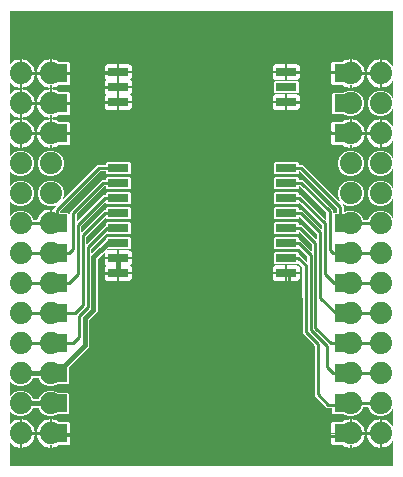
<source format=gbr>
G04 EAGLE Gerber RS-274X export*
G75*
%MOMM*%
%FSLAX34Y34*%
%LPD*%
%INTop Copper*%
%IPPOS*%
%AMOC8*
5,1,8,0,0,1.08239X$1,22.5*%
G01*
%ADD10R,1.800000X1.500000*%
%ADD11C,1.879600*%
%ADD12R,1.800000X0.780000*%
%ADD13C,0.254000*%
%ADD14C,0.406400*%
%ADD15C,0.706400*%

G36*
X326399Y2012D02*
X326399Y2012D01*
X326450Y2014D01*
X326482Y2032D01*
X326518Y2040D01*
X326557Y2073D01*
X326602Y2097D01*
X326623Y2127D01*
X326651Y2150D01*
X326672Y2197D01*
X326702Y2239D01*
X326710Y2281D01*
X326722Y2309D01*
X326721Y2339D01*
X326729Y2381D01*
X326729Y22179D01*
X326717Y22233D01*
X326716Y22239D01*
X326716Y22255D01*
X326715Y22255D01*
X326713Y22288D01*
X326697Y22317D01*
X326690Y22348D01*
X326655Y22391D01*
X326627Y22439D01*
X326600Y22457D01*
X326580Y22482D01*
X326529Y22504D01*
X326483Y22535D01*
X326451Y22539D01*
X326421Y22553D01*
X326366Y22551D01*
X326311Y22558D01*
X326281Y22547D01*
X326248Y22546D01*
X326200Y22520D01*
X326147Y22502D01*
X326120Y22476D01*
X326096Y22463D01*
X326077Y22436D01*
X326041Y22403D01*
X325336Y21432D01*
X324008Y20104D01*
X322487Y18999D01*
X320813Y18146D01*
X319026Y17565D01*
X317170Y17271D01*
X316991Y17271D01*
X316991Y28829D01*
X316980Y28879D01*
X316978Y28930D01*
X316960Y28962D01*
X316952Y28998D01*
X316919Y29037D01*
X316895Y29082D01*
X316865Y29103D01*
X316842Y29131D01*
X316795Y29152D01*
X316753Y29181D01*
X316711Y29190D01*
X316683Y29202D01*
X316653Y29201D01*
X316611Y29209D01*
X316229Y29209D01*
X316229Y29211D01*
X316611Y29211D01*
X316661Y29223D01*
X316712Y29224D01*
X316744Y29242D01*
X316780Y29250D01*
X316819Y29283D01*
X316864Y29307D01*
X316885Y29337D01*
X316913Y29361D01*
X316934Y29407D01*
X316964Y29449D01*
X316972Y29491D01*
X316984Y29519D01*
X316983Y29549D01*
X316991Y29591D01*
X316991Y41149D01*
X317170Y41149D01*
X319026Y40855D01*
X320813Y40274D01*
X322487Y39421D01*
X324008Y38316D01*
X325336Y36988D01*
X326041Y36017D01*
X326083Y35981D01*
X326118Y35938D01*
X326148Y35925D01*
X326172Y35904D01*
X326226Y35890D01*
X326277Y35867D01*
X326309Y35869D01*
X326340Y35860D01*
X326394Y35872D01*
X326450Y35874D01*
X326478Y35889D01*
X326510Y35896D01*
X326553Y35930D01*
X326602Y35957D01*
X326621Y35983D01*
X326646Y36003D01*
X326670Y36053D01*
X326702Y36098D01*
X326709Y36135D01*
X326721Y36160D01*
X326720Y36193D01*
X326729Y36241D01*
X326729Y49503D01*
X326726Y49516D01*
X326728Y49529D01*
X326707Y49600D01*
X326690Y49672D01*
X326682Y49682D01*
X326678Y49695D01*
X326627Y49749D01*
X326580Y49806D01*
X326568Y49811D01*
X326559Y49821D01*
X326489Y49846D01*
X326421Y49877D01*
X326408Y49876D01*
X326396Y49881D01*
X326323Y49873D01*
X326248Y49870D01*
X326237Y49864D01*
X326224Y49863D01*
X326161Y49823D01*
X326096Y49787D01*
X326089Y49777D01*
X326078Y49770D01*
X325998Y49649D01*
X325490Y48423D01*
X322417Y45350D01*
X318403Y43687D01*
X314057Y43687D01*
X310043Y45350D01*
X306970Y48423D01*
X305662Y51581D01*
X305625Y51632D01*
X305595Y51688D01*
X305575Y51702D01*
X305561Y51721D01*
X305505Y51751D01*
X305453Y51788D01*
X305427Y51793D01*
X305408Y51803D01*
X305370Y51804D01*
X305311Y51815D01*
X301749Y51815D01*
X301687Y51801D01*
X301624Y51794D01*
X301604Y51781D01*
X301580Y51776D01*
X301531Y51735D01*
X301478Y51701D01*
X301463Y51679D01*
X301447Y51666D01*
X301431Y51631D01*
X301398Y51581D01*
X300090Y48423D01*
X297017Y45350D01*
X293003Y43687D01*
X288657Y43687D01*
X284643Y45350D01*
X284519Y45474D01*
X284454Y45514D01*
X284392Y45558D01*
X284380Y45560D01*
X284372Y45565D01*
X284335Y45569D01*
X284250Y45585D01*
X276118Y45585D01*
X275225Y46478D01*
X275225Y50165D01*
X275214Y50215D01*
X275212Y50266D01*
X275194Y50298D01*
X275186Y50334D01*
X275153Y50373D01*
X275129Y50418D01*
X275099Y50439D01*
X275076Y50467D01*
X275029Y50488D01*
X274987Y50518D01*
X274945Y50526D01*
X274917Y50538D01*
X274887Y50537D01*
X274845Y50545D01*
X270622Y50545D01*
X260095Y61072D01*
X260095Y104030D01*
X260078Y104104D01*
X260065Y104179D01*
X260058Y104189D01*
X260056Y104199D01*
X260032Y104228D01*
X259984Y104299D01*
X249935Y114348D01*
X249935Y170135D01*
X249918Y170209D01*
X249905Y170284D01*
X249898Y170294D01*
X249896Y170304D01*
X249872Y170332D01*
X249824Y170404D01*
X247121Y173107D01*
X247078Y173134D01*
X247040Y173168D01*
X247005Y173179D01*
X246974Y173198D01*
X246923Y173203D01*
X246874Y173218D01*
X246838Y173211D01*
X246801Y173215D01*
X246753Y173197D01*
X246703Y173188D01*
X246668Y173164D01*
X246639Y173153D01*
X246618Y173131D01*
X246583Y173107D01*
X245852Y172375D01*
X226588Y172375D01*
X225695Y173268D01*
X225695Y182332D01*
X226588Y183225D01*
X245852Y183225D01*
X246745Y182332D01*
X246745Y180975D01*
X246756Y180925D01*
X246758Y180874D01*
X246776Y180842D01*
X246784Y180806D01*
X246817Y180767D01*
X246841Y180722D01*
X246871Y180701D01*
X246894Y180673D01*
X246941Y180652D01*
X246983Y180622D01*
X247025Y180614D01*
X247053Y180602D01*
X247083Y180603D01*
X247125Y180595D01*
X247538Y180595D01*
X253350Y174782D01*
X253372Y174769D01*
X253388Y174749D01*
X253445Y174723D01*
X253497Y174691D01*
X253523Y174688D01*
X253547Y174678D01*
X253608Y174680D01*
X253670Y174674D01*
X253694Y174683D01*
X253720Y174684D01*
X253774Y174714D01*
X253832Y174736D01*
X253849Y174755D01*
X253872Y174767D01*
X253907Y174818D01*
X253949Y174863D01*
X253957Y174888D01*
X253972Y174909D01*
X253988Y174993D01*
X253999Y175029D01*
X253997Y175039D01*
X253999Y175051D01*
X253999Y179025D01*
X253982Y179099D01*
X253969Y179174D01*
X253962Y179184D01*
X253960Y179194D01*
X253936Y179222D01*
X253888Y179294D01*
X247248Y185934D01*
X247205Y185961D01*
X247167Y185995D01*
X247140Y186003D01*
X247125Y186014D01*
X247116Y186016D01*
X247101Y186025D01*
X247050Y186030D01*
X247001Y186045D01*
X246983Y186042D01*
X246982Y186042D01*
X246976Y186042D01*
X246962Y186039D01*
X246928Y186042D01*
X246880Y186024D01*
X246830Y186015D01*
X246814Y186004D01*
X246807Y186002D01*
X246792Y185990D01*
X246766Y185980D01*
X246745Y185958D01*
X246710Y185934D01*
X245852Y185075D01*
X226588Y185075D01*
X225695Y185968D01*
X225695Y195032D01*
X226588Y195925D01*
X245852Y195925D01*
X246745Y195032D01*
X246745Y193675D01*
X246756Y193625D01*
X246758Y193574D01*
X246776Y193542D01*
X246784Y193506D01*
X246817Y193467D01*
X246841Y193422D01*
X246871Y193401D01*
X246894Y193373D01*
X246941Y193352D01*
X246983Y193322D01*
X247025Y193314D01*
X247053Y193302D01*
X247083Y193303D01*
X247125Y193295D01*
X247792Y193295D01*
X257414Y183672D01*
X257436Y183659D01*
X257452Y183639D01*
X257509Y183613D01*
X257561Y183581D01*
X257587Y183578D01*
X257611Y183568D01*
X257672Y183570D01*
X257734Y183564D01*
X257758Y183573D01*
X257784Y183574D01*
X257838Y183604D01*
X257896Y183626D01*
X257913Y183645D01*
X257936Y183657D01*
X257971Y183708D01*
X258013Y183753D01*
X258021Y183778D01*
X258036Y183799D01*
X258052Y183883D01*
X258063Y183919D01*
X258061Y183929D01*
X258063Y183941D01*
X258063Y189185D01*
X258046Y189259D01*
X258033Y189334D01*
X258026Y189344D01*
X258024Y189354D01*
X258000Y189382D01*
X257952Y189454D01*
X247394Y200012D01*
X247372Y200025D01*
X247356Y200045D01*
X247299Y200071D01*
X247285Y200079D01*
X247279Y200083D01*
X247278Y200084D01*
X247247Y200103D01*
X247221Y200106D01*
X247197Y200116D01*
X247136Y200114D01*
X247074Y200120D01*
X247050Y200111D01*
X247024Y200110D01*
X246970Y200080D01*
X246912Y200058D01*
X246895Y200039D01*
X246872Y200027D01*
X246837Y199976D01*
X246795Y199931D01*
X246787Y199906D01*
X246772Y199885D01*
X246760Y199822D01*
X246752Y199803D01*
X246752Y199788D01*
X246745Y199765D01*
X246747Y199755D01*
X246745Y199743D01*
X246745Y198668D01*
X245852Y197775D01*
X226588Y197775D01*
X225695Y198668D01*
X225695Y207732D01*
X226588Y208625D01*
X245852Y208625D01*
X246745Y207732D01*
X246745Y206375D01*
X246756Y206325D01*
X246758Y206274D01*
X246776Y206242D01*
X246784Y206206D01*
X246817Y206167D01*
X246841Y206122D01*
X246871Y206101D01*
X246894Y206073D01*
X246941Y206052D01*
X246983Y206022D01*
X247025Y206014D01*
X247053Y206002D01*
X247083Y206003D01*
X247125Y205995D01*
X249316Y205995D01*
X261478Y193832D01*
X261500Y193819D01*
X261516Y193799D01*
X261573Y193773D01*
X261625Y193741D01*
X261651Y193738D01*
X261675Y193728D01*
X261736Y193730D01*
X261798Y193724D01*
X261822Y193733D01*
X261848Y193734D01*
X261902Y193764D01*
X261960Y193786D01*
X261977Y193805D01*
X262000Y193817D01*
X262035Y193868D01*
X262077Y193913D01*
X262085Y193938D01*
X262100Y193959D01*
X262116Y194043D01*
X262127Y194079D01*
X262125Y194089D01*
X262127Y194101D01*
X262127Y198075D01*
X262110Y198149D01*
X262097Y198224D01*
X262090Y198234D01*
X262088Y198244D01*
X262064Y198272D01*
X262016Y198344D01*
X247394Y212966D01*
X247372Y212979D01*
X247356Y212999D01*
X247299Y213025D01*
X247247Y213057D01*
X247221Y213060D01*
X247197Y213070D01*
X247136Y213068D01*
X247074Y213074D01*
X247050Y213065D01*
X247024Y213064D01*
X246970Y213034D01*
X246912Y213012D01*
X246895Y212993D01*
X246872Y212981D01*
X246837Y212930D01*
X246795Y212885D01*
X246787Y212860D01*
X246772Y212839D01*
X246756Y212755D01*
X246745Y212719D01*
X246747Y212709D01*
X246745Y212697D01*
X246745Y211368D01*
X245852Y210475D01*
X226588Y210475D01*
X225695Y211368D01*
X225695Y220432D01*
X226588Y221325D01*
X245852Y221325D01*
X246745Y220432D01*
X246745Y219075D01*
X246756Y219025D01*
X246758Y218974D01*
X246776Y218942D01*
X246784Y218906D01*
X246817Y218867D01*
X246841Y218822D01*
X246871Y218801D01*
X246894Y218773D01*
X246941Y218752D01*
X246983Y218722D01*
X247025Y218714D01*
X247053Y218702D01*
X247083Y218703D01*
X247125Y218695D01*
X249570Y218695D01*
X265542Y202722D01*
X265564Y202709D01*
X265580Y202689D01*
X265637Y202663D01*
X265689Y202631D01*
X265715Y202628D01*
X265739Y202618D01*
X265800Y202620D01*
X265862Y202614D01*
X265886Y202623D01*
X265912Y202624D01*
X265966Y202654D01*
X266024Y202676D01*
X266041Y202695D01*
X266064Y202707D01*
X266099Y202758D01*
X266141Y202803D01*
X266149Y202828D01*
X266164Y202849D01*
X266180Y202933D01*
X266191Y202969D01*
X266189Y202979D01*
X266191Y202991D01*
X266191Y205695D01*
X266174Y205769D01*
X266161Y205844D01*
X266154Y205854D01*
X266152Y205864D01*
X266128Y205892D01*
X266080Y205964D01*
X247394Y224650D01*
X247372Y224663D01*
X247356Y224683D01*
X247299Y224709D01*
X247247Y224741D01*
X247221Y224744D01*
X247197Y224754D01*
X247136Y224752D01*
X247074Y224758D01*
X247050Y224749D01*
X247024Y224748D01*
X246970Y224718D01*
X246912Y224696D01*
X246895Y224677D01*
X246872Y224665D01*
X246837Y224614D01*
X246795Y224569D01*
X246787Y224544D01*
X246772Y224523D01*
X246756Y224439D01*
X246745Y224403D01*
X246747Y224393D01*
X246745Y224381D01*
X246745Y224068D01*
X245852Y223175D01*
X226588Y223175D01*
X225695Y224068D01*
X225695Y233132D01*
X226588Y234025D01*
X245852Y234025D01*
X246745Y233132D01*
X246745Y231775D01*
X246756Y231725D01*
X246758Y231674D01*
X246776Y231642D01*
X246784Y231606D01*
X246817Y231567D01*
X246841Y231522D01*
X246871Y231501D01*
X246894Y231473D01*
X246941Y231452D01*
X246983Y231422D01*
X247025Y231414D01*
X247053Y231402D01*
X247083Y231403D01*
X247125Y231395D01*
X248554Y231395D01*
X269606Y210342D01*
X269628Y210329D01*
X269644Y210309D01*
X269701Y210283D01*
X269753Y210251D01*
X269779Y210248D01*
X269803Y210238D01*
X269864Y210240D01*
X269926Y210234D01*
X269950Y210243D01*
X269976Y210244D01*
X270030Y210274D01*
X270088Y210296D01*
X270105Y210315D01*
X270128Y210327D01*
X270163Y210378D01*
X270205Y210423D01*
X270213Y210448D01*
X270228Y210469D01*
X270244Y210553D01*
X270255Y210589D01*
X270253Y210599D01*
X270255Y210611D01*
X270255Y215855D01*
X270238Y215929D01*
X270225Y216004D01*
X270218Y216014D01*
X270216Y216024D01*
X270192Y216052D01*
X270144Y216124D01*
X247874Y238394D01*
X247809Y238434D01*
X247747Y238478D01*
X247735Y238480D01*
X247727Y238485D01*
X247690Y238489D01*
X247605Y238505D01*
X247125Y238505D01*
X247075Y238494D01*
X247024Y238492D01*
X246992Y238474D01*
X246956Y238466D01*
X246917Y238433D01*
X246872Y238409D01*
X246851Y238379D01*
X246823Y238356D01*
X246802Y238309D01*
X246772Y238267D01*
X246764Y238225D01*
X246752Y238197D01*
X246753Y238167D01*
X246745Y238125D01*
X246745Y236768D01*
X245852Y235875D01*
X226588Y235875D01*
X225695Y236768D01*
X225695Y245832D01*
X226588Y246725D01*
X245852Y246725D01*
X246745Y245832D01*
X246745Y244475D01*
X246756Y244425D01*
X246758Y244374D01*
X246776Y244342D01*
X246784Y244306D01*
X246817Y244267D01*
X246841Y244222D01*
X246871Y244201D01*
X246894Y244173D01*
X246941Y244152D01*
X246983Y244122D01*
X247025Y244114D01*
X247053Y244102D01*
X247083Y244103D01*
X247125Y244095D01*
X250078Y244095D01*
X275845Y218328D01*
X275845Y216415D01*
X275856Y216365D01*
X275858Y216314D01*
X275876Y216282D01*
X275884Y216246D01*
X275917Y216207D01*
X275941Y216162D01*
X275971Y216141D01*
X275994Y216113D01*
X276041Y216092D01*
X276083Y216062D01*
X276125Y216054D01*
X276153Y216042D01*
X276183Y216043D01*
X276225Y216035D01*
X278765Y216035D01*
X278815Y216046D01*
X278866Y216048D01*
X278898Y216066D01*
X278934Y216074D01*
X278973Y216107D01*
X279018Y216131D01*
X279039Y216161D01*
X279067Y216184D01*
X279088Y216231D01*
X279118Y216273D01*
X279126Y216315D01*
X279138Y216343D01*
X279137Y216373D01*
X279145Y216415D01*
X279145Y219665D01*
X279128Y219739D01*
X279115Y219814D01*
X279108Y219824D01*
X279106Y219834D01*
X279082Y219862D01*
X279034Y219934D01*
X247874Y251094D01*
X247809Y251134D01*
X247747Y251178D01*
X247735Y251180D01*
X247727Y251185D01*
X247690Y251189D01*
X247605Y251205D01*
X247125Y251205D01*
X247075Y251194D01*
X247024Y251192D01*
X246992Y251174D01*
X246956Y251166D01*
X246917Y251133D01*
X246872Y251109D01*
X246851Y251079D01*
X246823Y251056D01*
X246802Y251009D01*
X246772Y250967D01*
X246764Y250925D01*
X246752Y250897D01*
X246753Y250867D01*
X246745Y250825D01*
X246745Y249468D01*
X245852Y248575D01*
X226588Y248575D01*
X225695Y249468D01*
X225695Y258532D01*
X226588Y259425D01*
X245852Y259425D01*
X246745Y258532D01*
X246745Y257175D01*
X246756Y257125D01*
X246758Y257074D01*
X246776Y257042D01*
X246784Y257006D01*
X246817Y256967D01*
X246841Y256922D01*
X246871Y256901D01*
X246894Y256873D01*
X246941Y256852D01*
X246983Y256822D01*
X247025Y256814D01*
X247053Y256802D01*
X247083Y256803D01*
X247125Y256795D01*
X250078Y256795D01*
X280869Y226003D01*
X280880Y225996D01*
X280888Y225986D01*
X280954Y225951D01*
X281017Y225912D01*
X281029Y225910D01*
X281041Y225904D01*
X281115Y225902D01*
X281189Y225895D01*
X281201Y225900D01*
X281214Y225899D01*
X281282Y225930D01*
X281351Y225957D01*
X281360Y225966D01*
X281372Y225972D01*
X281418Y226029D01*
X281469Y226084D01*
X281472Y226096D01*
X281481Y226106D01*
X281497Y226178D01*
X281518Y226250D01*
X281516Y226263D01*
X281518Y226275D01*
X281490Y226417D01*
X279907Y230237D01*
X279907Y234583D01*
X281570Y238597D01*
X284643Y241670D01*
X288657Y243333D01*
X293003Y243333D01*
X297017Y241670D01*
X300090Y238597D01*
X301753Y234583D01*
X301753Y230237D01*
X300090Y226223D01*
X297017Y223150D01*
X293003Y221487D01*
X288657Y221487D01*
X284837Y223070D01*
X284825Y223072D01*
X284814Y223078D01*
X284740Y223086D01*
X284666Y223098D01*
X284654Y223094D01*
X284641Y223095D01*
X284572Y223069D01*
X284501Y223047D01*
X284491Y223038D01*
X284479Y223033D01*
X284429Y222979D01*
X284375Y222928D01*
X284370Y222916D01*
X284361Y222906D01*
X284340Y222835D01*
X284315Y222766D01*
X284316Y222753D01*
X284312Y222740D01*
X284325Y222667D01*
X284333Y222593D01*
X284340Y222582D01*
X284342Y222569D01*
X284423Y222449D01*
X284735Y222138D01*
X284735Y216877D01*
X284744Y216840D01*
X284742Y216801D01*
X284763Y216756D01*
X284774Y216708D01*
X284799Y216679D01*
X284815Y216644D01*
X284853Y216613D01*
X284884Y216575D01*
X284920Y216559D01*
X284949Y216535D01*
X284997Y216524D01*
X285043Y216504D01*
X285081Y216505D01*
X285119Y216497D01*
X285178Y216509D01*
X285216Y216510D01*
X285234Y216520D01*
X285261Y216526D01*
X288657Y217933D01*
X293003Y217933D01*
X297017Y216270D01*
X300090Y213197D01*
X301398Y210039D01*
X301435Y209988D01*
X301465Y209932D01*
X301485Y209918D01*
X301499Y209899D01*
X301555Y209869D01*
X301607Y209832D01*
X301633Y209827D01*
X301652Y209817D01*
X301690Y209816D01*
X301749Y209805D01*
X305311Y209805D01*
X305373Y209819D01*
X305436Y209826D01*
X305456Y209839D01*
X305480Y209844D01*
X305529Y209885D01*
X305582Y209919D01*
X305597Y209941D01*
X305613Y209954D01*
X305629Y209989D01*
X305662Y210039D01*
X306970Y213197D01*
X310043Y216270D01*
X314057Y217933D01*
X318403Y217933D01*
X322417Y216270D01*
X325490Y213197D01*
X325998Y211971D01*
X326005Y211961D01*
X326008Y211948D01*
X326055Y211891D01*
X326099Y211830D01*
X326110Y211824D01*
X326118Y211814D01*
X326186Y211784D01*
X326252Y211749D01*
X326265Y211749D01*
X326277Y211743D01*
X326351Y211746D01*
X326425Y211744D01*
X326437Y211749D01*
X326450Y211750D01*
X326515Y211785D01*
X326582Y211816D01*
X326591Y211826D01*
X326602Y211833D01*
X326644Y211893D01*
X326691Y211951D01*
X326694Y211964D01*
X326702Y211974D01*
X326729Y212117D01*
X326729Y227303D01*
X326726Y227316D01*
X326728Y227329D01*
X326707Y227400D01*
X326690Y227472D01*
X326682Y227482D01*
X326678Y227495D01*
X326627Y227549D01*
X326580Y227606D01*
X326568Y227611D01*
X326559Y227621D01*
X326489Y227646D01*
X326421Y227677D01*
X326408Y227676D01*
X326396Y227681D01*
X326323Y227673D01*
X326248Y227670D01*
X326237Y227664D01*
X326224Y227663D01*
X326161Y227623D01*
X326096Y227587D01*
X326089Y227577D01*
X326078Y227570D01*
X325998Y227449D01*
X325490Y226223D01*
X322417Y223150D01*
X318403Y221487D01*
X314057Y221487D01*
X310043Y223150D01*
X306970Y226223D01*
X305307Y230237D01*
X305307Y234583D01*
X306970Y238597D01*
X310043Y241670D01*
X314057Y243333D01*
X318403Y243333D01*
X322417Y241670D01*
X325490Y238597D01*
X325998Y237371D01*
X326005Y237361D01*
X326008Y237348D01*
X326055Y237291D01*
X326099Y237230D01*
X326110Y237224D01*
X326118Y237214D01*
X326186Y237184D01*
X326252Y237149D01*
X326265Y237149D01*
X326277Y237143D01*
X326351Y237146D01*
X326425Y237144D01*
X326437Y237149D01*
X326450Y237150D01*
X326515Y237185D01*
X326582Y237216D01*
X326591Y237226D01*
X326602Y237233D01*
X326644Y237293D01*
X326691Y237351D01*
X326694Y237364D01*
X326702Y237374D01*
X326729Y237517D01*
X326729Y252703D01*
X326726Y252716D01*
X326728Y252729D01*
X326707Y252800D01*
X326690Y252872D01*
X326682Y252882D01*
X326678Y252895D01*
X326627Y252949D01*
X326580Y253006D01*
X326568Y253011D01*
X326559Y253021D01*
X326489Y253046D01*
X326421Y253077D01*
X326408Y253076D01*
X326396Y253081D01*
X326323Y253073D01*
X326248Y253070D01*
X326237Y253064D01*
X326224Y253063D01*
X326161Y253023D01*
X326096Y252987D01*
X326089Y252977D01*
X326078Y252970D01*
X325998Y252849D01*
X325490Y251623D01*
X322417Y248550D01*
X318403Y246887D01*
X314057Y246887D01*
X310043Y248550D01*
X306970Y251623D01*
X305307Y255637D01*
X305307Y259983D01*
X306970Y263997D01*
X310043Y267070D01*
X314057Y268733D01*
X318403Y268733D01*
X322417Y267070D01*
X325490Y263997D01*
X325998Y262771D01*
X326005Y262761D01*
X326008Y262748D01*
X326055Y262691D01*
X326099Y262630D01*
X326110Y262624D01*
X326118Y262614D01*
X326186Y262584D01*
X326252Y262549D01*
X326265Y262549D01*
X326277Y262543D01*
X326351Y262546D01*
X326425Y262544D01*
X326437Y262549D01*
X326450Y262550D01*
X326515Y262585D01*
X326582Y262616D01*
X326591Y262626D01*
X326602Y262633D01*
X326644Y262693D01*
X326691Y262751D01*
X326694Y262764D01*
X326702Y262774D01*
X326729Y262917D01*
X326729Y276179D01*
X326717Y276233D01*
X326716Y276262D01*
X326715Y276263D01*
X326713Y276288D01*
X326697Y276317D01*
X326690Y276348D01*
X326655Y276391D01*
X326627Y276439D01*
X326600Y276457D01*
X326580Y276482D01*
X326529Y276504D01*
X326483Y276535D01*
X326451Y276539D01*
X326421Y276553D01*
X326366Y276551D01*
X326311Y276558D01*
X326281Y276547D01*
X326248Y276546D01*
X326200Y276520D01*
X326147Y276502D01*
X326120Y276476D01*
X326096Y276463D01*
X326077Y276436D01*
X326041Y276403D01*
X325336Y275432D01*
X324008Y274104D01*
X322487Y272999D01*
X320813Y272146D01*
X319026Y271565D01*
X317170Y271271D01*
X316991Y271271D01*
X316991Y282829D01*
X316980Y282879D01*
X316978Y282930D01*
X316960Y282962D01*
X316952Y282998D01*
X316919Y283037D01*
X316895Y283082D01*
X316865Y283103D01*
X316842Y283131D01*
X316795Y283152D01*
X316753Y283181D01*
X316711Y283190D01*
X316683Y283202D01*
X316653Y283201D01*
X316611Y283209D01*
X316229Y283209D01*
X316229Y283211D01*
X316611Y283211D01*
X316661Y283223D01*
X316712Y283224D01*
X316744Y283242D01*
X316780Y283250D01*
X316819Y283283D01*
X316864Y283307D01*
X316885Y283337D01*
X316913Y283361D01*
X316934Y283407D01*
X316964Y283449D01*
X316972Y283491D01*
X316984Y283519D01*
X316983Y283549D01*
X316991Y283591D01*
X316991Y295149D01*
X317170Y295149D01*
X319026Y294855D01*
X320813Y294274D01*
X322487Y293421D01*
X324008Y292316D01*
X325336Y290988D01*
X326041Y290017D01*
X326083Y289981D01*
X326118Y289938D01*
X326148Y289925D01*
X326172Y289904D01*
X326226Y289890D01*
X326277Y289867D01*
X326309Y289869D01*
X326340Y289860D01*
X326394Y289872D01*
X326450Y289874D01*
X326478Y289889D01*
X326510Y289896D01*
X326553Y289930D01*
X326602Y289957D01*
X326621Y289983D01*
X326646Y290003D01*
X326670Y290053D01*
X326702Y290098D01*
X326709Y290135D01*
X326721Y290160D01*
X326720Y290193D01*
X326729Y290241D01*
X326729Y303503D01*
X326726Y303516D01*
X326728Y303529D01*
X326707Y303600D01*
X326690Y303672D01*
X326682Y303682D01*
X326678Y303695D01*
X326627Y303749D01*
X326580Y303806D01*
X326568Y303811D01*
X326559Y303821D01*
X326489Y303846D01*
X326421Y303877D01*
X326409Y303876D01*
X326396Y303881D01*
X326322Y303873D01*
X326248Y303870D01*
X326237Y303864D01*
X326224Y303863D01*
X326161Y303823D01*
X326096Y303787D01*
X326089Y303777D01*
X326078Y303770D01*
X325998Y303649D01*
X325490Y302423D01*
X322417Y299350D01*
X318403Y297687D01*
X314057Y297687D01*
X310043Y299350D01*
X306970Y302423D01*
X305307Y306437D01*
X305307Y310783D01*
X306970Y314797D01*
X310043Y317870D01*
X314057Y319533D01*
X318403Y319533D01*
X322417Y317870D01*
X325490Y314797D01*
X325998Y313571D01*
X326005Y313561D01*
X326008Y313548D01*
X326055Y313491D01*
X326099Y313430D01*
X326110Y313424D01*
X326118Y313414D01*
X326186Y313384D01*
X326252Y313349D01*
X326265Y313349D01*
X326277Y313343D01*
X326351Y313346D01*
X326425Y313344D01*
X326437Y313349D01*
X326450Y313350D01*
X326515Y313385D01*
X326582Y313416D01*
X326591Y313426D01*
X326602Y313433D01*
X326644Y313493D01*
X326691Y313551D01*
X326694Y313564D01*
X326702Y313574D01*
X326729Y313717D01*
X326729Y326979D01*
X326717Y327033D01*
X326713Y327088D01*
X326697Y327117D01*
X326690Y327148D01*
X326655Y327191D01*
X326627Y327239D01*
X326600Y327257D01*
X326580Y327282D01*
X326529Y327304D01*
X326483Y327335D01*
X326451Y327339D01*
X326421Y327353D01*
X326366Y327351D01*
X326311Y327358D01*
X326281Y327347D01*
X326248Y327346D01*
X326200Y327320D01*
X326147Y327302D01*
X326120Y327276D01*
X326096Y327263D01*
X326077Y327236D01*
X326041Y327203D01*
X325336Y326232D01*
X324008Y324904D01*
X322487Y323799D01*
X320813Y322946D01*
X319026Y322365D01*
X317170Y322071D01*
X316991Y322071D01*
X316991Y333629D01*
X316980Y333679D01*
X316978Y333730D01*
X316960Y333762D01*
X316952Y333798D01*
X316919Y333837D01*
X316895Y333882D01*
X316865Y333903D01*
X316842Y333931D01*
X316795Y333952D01*
X316753Y333981D01*
X316711Y333990D01*
X316683Y334002D01*
X316653Y334001D01*
X316611Y334009D01*
X316229Y334009D01*
X316229Y334011D01*
X316611Y334011D01*
X316661Y334023D01*
X316712Y334024D01*
X316744Y334042D01*
X316780Y334050D01*
X316819Y334083D01*
X316864Y334107D01*
X316885Y334137D01*
X316913Y334161D01*
X316934Y334207D01*
X316964Y334249D01*
X316972Y334291D01*
X316984Y334319D01*
X316983Y334349D01*
X316991Y334391D01*
X316991Y345949D01*
X317170Y345949D01*
X319026Y345655D01*
X320813Y345074D01*
X322487Y344221D01*
X324008Y343116D01*
X325336Y341788D01*
X326041Y340817D01*
X326083Y340781D01*
X326118Y340738D01*
X326148Y340725D01*
X326172Y340704D01*
X326226Y340690D01*
X326277Y340667D01*
X326309Y340669D01*
X326340Y340660D01*
X326394Y340672D01*
X326450Y340674D01*
X326478Y340689D01*
X326510Y340696D01*
X326553Y340730D01*
X326602Y340757D01*
X326621Y340783D01*
X326646Y340803D01*
X326670Y340853D01*
X326702Y340898D01*
X326709Y340935D01*
X326721Y340960D01*
X326720Y340993D01*
X326729Y341041D01*
X326729Y386749D01*
X326718Y386799D01*
X326716Y386850D01*
X326698Y386882D01*
X326690Y386918D01*
X326657Y386957D01*
X326633Y387002D01*
X326603Y387023D01*
X326580Y387051D01*
X326533Y387072D01*
X326491Y387102D01*
X326449Y387110D01*
X326421Y387122D01*
X326391Y387121D01*
X326349Y387129D01*
X2381Y387129D01*
X2331Y387118D01*
X2280Y387116D01*
X2248Y387098D01*
X2212Y387090D01*
X2173Y387057D01*
X2128Y387033D01*
X2107Y387003D01*
X2079Y386980D01*
X2058Y386933D01*
X2028Y386891D01*
X2020Y386849D01*
X2008Y386821D01*
X2009Y386791D01*
X2001Y386749D01*
X2001Y342383D01*
X2007Y342358D01*
X2004Y342332D01*
X2026Y342274D01*
X2040Y342214D01*
X2057Y342194D01*
X2066Y342170D01*
X2111Y342128D01*
X2150Y342080D01*
X2174Y342070D01*
X2193Y342052D01*
X2252Y342035D01*
X2309Y342009D01*
X2334Y342010D01*
X2359Y342003D01*
X2420Y342014D01*
X2482Y342016D01*
X2504Y342028D01*
X2530Y342033D01*
X2601Y342081D01*
X2634Y342099D01*
X2640Y342107D01*
X2650Y342114D01*
X3652Y343116D01*
X5173Y344221D01*
X6847Y345074D01*
X8634Y345655D01*
X10490Y345949D01*
X10669Y345949D01*
X10669Y334391D01*
X10680Y334341D01*
X10682Y334290D01*
X10700Y334258D01*
X10708Y334222D01*
X10741Y334183D01*
X10765Y334138D01*
X10795Y334117D01*
X10818Y334089D01*
X10865Y334068D01*
X10907Y334039D01*
X10949Y334030D01*
X10977Y334018D01*
X11007Y334019D01*
X11049Y334011D01*
X11431Y334011D01*
X11431Y334009D01*
X11049Y334009D01*
X10999Y333997D01*
X10948Y333996D01*
X10916Y333978D01*
X10880Y333970D01*
X10841Y333937D01*
X10796Y333913D01*
X10775Y333883D01*
X10747Y333859D01*
X10726Y333813D01*
X10696Y333771D01*
X10688Y333729D01*
X10676Y333701D01*
X10677Y333671D01*
X10669Y333629D01*
X10669Y322071D01*
X10490Y322071D01*
X8634Y322365D01*
X6847Y322946D01*
X5173Y323799D01*
X3652Y324904D01*
X2650Y325906D01*
X2628Y325920D01*
X2612Y325940D01*
X2555Y325965D01*
X2503Y325998D01*
X2477Y326000D01*
X2453Y326011D01*
X2392Y326008D01*
X2330Y326014D01*
X2306Y326005D01*
X2280Y326004D01*
X2226Y325975D01*
X2168Y325953D01*
X2151Y325934D01*
X2128Y325921D01*
X2093Y325871D01*
X2051Y325825D01*
X2043Y325801D01*
X2028Y325780D01*
X2012Y325695D01*
X2001Y325659D01*
X2003Y325649D01*
X2001Y325637D01*
X2001Y316983D01*
X2007Y316958D01*
X2004Y316932D01*
X2026Y316874D01*
X2040Y316814D01*
X2057Y316794D01*
X2066Y316770D01*
X2111Y316728D01*
X2150Y316680D01*
X2174Y316670D01*
X2193Y316652D01*
X2252Y316635D01*
X2309Y316609D01*
X2334Y316610D01*
X2359Y316603D01*
X2420Y316614D01*
X2482Y316616D01*
X2504Y316628D01*
X2530Y316633D01*
X2601Y316681D01*
X2634Y316699D01*
X2640Y316707D01*
X2650Y316714D01*
X3652Y317716D01*
X5173Y318821D01*
X6847Y319674D01*
X8634Y320255D01*
X10490Y320549D01*
X10669Y320549D01*
X10669Y308991D01*
X10680Y308941D01*
X10682Y308890D01*
X10700Y308858D01*
X10708Y308822D01*
X10741Y308783D01*
X10765Y308738D01*
X10795Y308717D01*
X10818Y308689D01*
X10865Y308668D01*
X10907Y308639D01*
X10949Y308630D01*
X10977Y308618D01*
X11007Y308619D01*
X11049Y308611D01*
X11431Y308611D01*
X11431Y308609D01*
X11049Y308609D01*
X10999Y308597D01*
X10948Y308596D01*
X10916Y308578D01*
X10880Y308570D01*
X10841Y308537D01*
X10796Y308513D01*
X10775Y308483D01*
X10747Y308459D01*
X10726Y308413D01*
X10696Y308371D01*
X10688Y308329D01*
X10676Y308301D01*
X10677Y308271D01*
X10669Y308229D01*
X10669Y296671D01*
X10490Y296671D01*
X8634Y296965D01*
X6847Y297546D01*
X5173Y298399D01*
X3652Y299504D01*
X2650Y300506D01*
X2628Y300520D01*
X2612Y300540D01*
X2555Y300565D01*
X2503Y300598D01*
X2477Y300600D01*
X2453Y300611D01*
X2392Y300608D01*
X2330Y300614D01*
X2306Y300605D01*
X2280Y300604D01*
X2226Y300575D01*
X2168Y300553D01*
X2151Y300534D01*
X2128Y300521D01*
X2093Y300471D01*
X2051Y300425D01*
X2043Y300401D01*
X2028Y300380D01*
X2012Y300295D01*
X2001Y300259D01*
X2003Y300249D01*
X2001Y300237D01*
X2001Y291583D01*
X2007Y291558D01*
X2004Y291532D01*
X2026Y291474D01*
X2040Y291414D01*
X2057Y291394D01*
X2066Y291370D01*
X2111Y291328D01*
X2150Y291280D01*
X2174Y291270D01*
X2193Y291252D01*
X2252Y291235D01*
X2309Y291209D01*
X2334Y291210D01*
X2359Y291203D01*
X2420Y291214D01*
X2482Y291216D01*
X2504Y291228D01*
X2530Y291233D01*
X2601Y291281D01*
X2634Y291299D01*
X2640Y291307D01*
X2650Y291314D01*
X3652Y292316D01*
X5173Y293421D01*
X6847Y294274D01*
X8634Y294855D01*
X10490Y295149D01*
X10669Y295149D01*
X10669Y283591D01*
X10680Y283541D01*
X10682Y283490D01*
X10700Y283458D01*
X10708Y283422D01*
X10741Y283383D01*
X10765Y283338D01*
X10795Y283317D01*
X10818Y283289D01*
X10865Y283268D01*
X10907Y283239D01*
X10949Y283230D01*
X10977Y283218D01*
X11007Y283219D01*
X11049Y283211D01*
X11431Y283211D01*
X11431Y283209D01*
X11049Y283209D01*
X10999Y283197D01*
X10948Y283196D01*
X10916Y283178D01*
X10880Y283170D01*
X10841Y283137D01*
X10796Y283113D01*
X10775Y283083D01*
X10747Y283059D01*
X10726Y283013D01*
X10696Y282971D01*
X10688Y282929D01*
X10676Y282901D01*
X10677Y282871D01*
X10669Y282829D01*
X10669Y271271D01*
X10490Y271271D01*
X8634Y271565D01*
X6847Y272146D01*
X5173Y272999D01*
X3652Y274104D01*
X2650Y275106D01*
X2628Y275120D01*
X2612Y275140D01*
X2555Y275165D01*
X2503Y275198D01*
X2477Y275200D01*
X2453Y275211D01*
X2392Y275208D01*
X2330Y275214D01*
X2306Y275205D01*
X2280Y275204D01*
X2226Y275175D01*
X2168Y275153D01*
X2151Y275134D01*
X2128Y275121D01*
X2093Y275071D01*
X2051Y275025D01*
X2043Y275001D01*
X2028Y274980D01*
X2012Y274895D01*
X2001Y274859D01*
X2003Y274849D01*
X2001Y274837D01*
X2001Y264746D01*
X2007Y264721D01*
X2004Y264695D01*
X2014Y264670D01*
X2014Y264653D01*
X2029Y264626D01*
X2040Y264577D01*
X2057Y264557D01*
X2066Y264533D01*
X2093Y264508D01*
X2097Y264501D01*
X2112Y264490D01*
X2150Y264443D01*
X2174Y264433D01*
X2193Y264415D01*
X2237Y264402D01*
X2239Y264401D01*
X2248Y264399D01*
X2252Y264398D01*
X2309Y264373D01*
X2334Y264373D01*
X2359Y264366D01*
X2420Y264377D01*
X2482Y264379D01*
X2504Y264391D01*
X2530Y264396D01*
X2553Y264412D01*
X2557Y264413D01*
X2570Y264423D01*
X2601Y264444D01*
X2634Y264462D01*
X2640Y264470D01*
X2650Y264477D01*
X5243Y267070D01*
X9257Y268733D01*
X13603Y268733D01*
X17617Y267070D01*
X20690Y263997D01*
X22353Y259983D01*
X22353Y255637D01*
X20690Y251623D01*
X17617Y248550D01*
X13603Y246887D01*
X9257Y246887D01*
X5243Y248550D01*
X2650Y251143D01*
X2628Y251157D01*
X2612Y251177D01*
X2555Y251202D01*
X2503Y251234D01*
X2477Y251237D01*
X2453Y251247D01*
X2392Y251245D01*
X2330Y251251D01*
X2306Y251242D01*
X2280Y251241D01*
X2226Y251211D01*
X2168Y251189D01*
X2151Y251170D01*
X2128Y251158D01*
X2093Y251108D01*
X2051Y251062D01*
X2043Y251038D01*
X2028Y251016D01*
X2012Y250932D01*
X2001Y250896D01*
X2003Y250886D01*
X2001Y250874D01*
X2001Y239346D01*
X2007Y239321D01*
X2004Y239295D01*
X2026Y239237D01*
X2040Y239177D01*
X2057Y239157D01*
X2066Y239133D01*
X2111Y239091D01*
X2150Y239043D01*
X2174Y239033D01*
X2193Y239015D01*
X2252Y238998D01*
X2309Y238973D01*
X2334Y238973D01*
X2359Y238966D01*
X2420Y238977D01*
X2482Y238979D01*
X2504Y238991D01*
X2530Y238996D01*
X2601Y239044D01*
X2634Y239062D01*
X2640Y239070D01*
X2650Y239077D01*
X5243Y241670D01*
X9257Y243333D01*
X13603Y243333D01*
X17617Y241670D01*
X20690Y238597D01*
X22353Y234583D01*
X22353Y230237D01*
X20690Y226223D01*
X17617Y223150D01*
X13603Y221487D01*
X9257Y221487D01*
X5243Y223150D01*
X2650Y225743D01*
X2628Y225757D01*
X2612Y225777D01*
X2555Y225802D01*
X2503Y225834D01*
X2477Y225837D01*
X2453Y225847D01*
X2392Y225845D01*
X2330Y225851D01*
X2306Y225842D01*
X2280Y225841D01*
X2226Y225811D01*
X2168Y225789D01*
X2151Y225770D01*
X2128Y225758D01*
X2093Y225708D01*
X2051Y225662D01*
X2043Y225638D01*
X2028Y225616D01*
X2012Y225532D01*
X2001Y225496D01*
X2003Y225486D01*
X2001Y225474D01*
X2001Y213946D01*
X2007Y213921D01*
X2004Y213895D01*
X2026Y213837D01*
X2040Y213777D01*
X2057Y213757D01*
X2066Y213733D01*
X2111Y213691D01*
X2150Y213643D01*
X2174Y213633D01*
X2193Y213615D01*
X2252Y213598D01*
X2309Y213573D01*
X2334Y213573D01*
X2359Y213566D01*
X2420Y213577D01*
X2482Y213579D01*
X2504Y213591D01*
X2530Y213596D01*
X2601Y213644D01*
X2634Y213662D01*
X2640Y213670D01*
X2650Y213677D01*
X5243Y216270D01*
X9257Y217933D01*
X13603Y217933D01*
X17617Y216270D01*
X20690Y213197D01*
X21998Y210039D01*
X22035Y209988D01*
X22065Y209932D01*
X22085Y209918D01*
X22099Y209899D01*
X22155Y209869D01*
X22207Y209832D01*
X22233Y209827D01*
X22252Y209817D01*
X22290Y209816D01*
X22349Y209805D01*
X24909Y209805D01*
X24985Y209823D01*
X25061Y209837D01*
X25069Y209842D01*
X25077Y209844D01*
X25138Y209894D01*
X25200Y209941D01*
X25205Y209949D01*
X25211Y209954D01*
X25225Y209987D01*
X25270Y210067D01*
X25766Y211593D01*
X26619Y213267D01*
X27724Y214788D01*
X29052Y216116D01*
X30573Y217221D01*
X32247Y218074D01*
X34034Y218655D01*
X35890Y218949D01*
X36069Y218949D01*
X36069Y216415D01*
X36080Y216365D01*
X36082Y216314D01*
X36100Y216282D01*
X36108Y216246D01*
X36141Y216207D01*
X36165Y216162D01*
X36195Y216141D01*
X36218Y216113D01*
X36265Y216092D01*
X36307Y216062D01*
X36349Y216054D01*
X36377Y216042D01*
X36407Y216043D01*
X36449Y216035D01*
X37211Y216035D01*
X37261Y216046D01*
X37312Y216048D01*
X37344Y216066D01*
X37380Y216074D01*
X37419Y216107D01*
X37464Y216131D01*
X37485Y216161D01*
X37513Y216184D01*
X37534Y216231D01*
X37564Y216273D01*
X37572Y216315D01*
X37584Y216343D01*
X37583Y216373D01*
X37591Y216415D01*
X37591Y218949D01*
X37770Y218949D01*
X38676Y218805D01*
X38755Y218811D01*
X38836Y218814D01*
X38842Y218817D01*
X38848Y218818D01*
X38918Y218859D01*
X38988Y218897D01*
X38992Y218902D01*
X38998Y218906D01*
X39042Y218973D01*
X39088Y219039D01*
X39089Y219046D01*
X39092Y219051D01*
X39096Y219082D01*
X39115Y219181D01*
X39115Y219598D01*
X41069Y221551D01*
X41076Y221562D01*
X41086Y221570D01*
X41121Y221636D01*
X41160Y221699D01*
X41162Y221711D01*
X41168Y221723D01*
X41170Y221797D01*
X41177Y221871D01*
X41172Y221883D01*
X41173Y221896D01*
X41142Y221964D01*
X41115Y222033D01*
X41106Y222042D01*
X41100Y222054D01*
X41043Y222100D01*
X40988Y222151D01*
X40976Y222154D01*
X40966Y222163D01*
X40894Y222179D01*
X40822Y222200D01*
X40809Y222198D01*
X40797Y222200D01*
X40655Y222172D01*
X39003Y221487D01*
X34657Y221487D01*
X30643Y223150D01*
X27570Y226223D01*
X25907Y230237D01*
X25907Y234583D01*
X27570Y238597D01*
X30643Y241670D01*
X34657Y243333D01*
X39003Y243333D01*
X43017Y241670D01*
X46090Y238597D01*
X47753Y234583D01*
X47753Y230237D01*
X47068Y228585D01*
X47066Y228573D01*
X47060Y228562D01*
X47052Y228488D01*
X47040Y228414D01*
X47044Y228402D01*
X47043Y228389D01*
X47069Y228320D01*
X47091Y228249D01*
X47100Y228239D01*
X47105Y228227D01*
X47159Y228177D01*
X47210Y228123D01*
X47222Y228118D01*
X47232Y228109D01*
X47303Y228088D01*
X47372Y228063D01*
X47385Y228064D01*
X47398Y228060D01*
X47471Y228073D01*
X47545Y228081D01*
X47556Y228088D01*
X47569Y228090D01*
X47689Y228171D01*
X76312Y256795D01*
X83075Y256795D01*
X83125Y256806D01*
X83176Y256808D01*
X83208Y256826D01*
X83244Y256834D01*
X83283Y256867D01*
X83328Y256891D01*
X83349Y256921D01*
X83377Y256944D01*
X83398Y256991D01*
X83428Y257033D01*
X83436Y257075D01*
X83448Y257103D01*
X83447Y257133D01*
X83455Y257175D01*
X83455Y258532D01*
X84348Y259425D01*
X103612Y259425D01*
X104505Y258532D01*
X104505Y249468D01*
X103612Y248575D01*
X84348Y248575D01*
X83455Y249468D01*
X83455Y250825D01*
X83444Y250875D01*
X83442Y250926D01*
X83424Y250958D01*
X83416Y250994D01*
X83383Y251033D01*
X83359Y251078D01*
X83329Y251099D01*
X83306Y251127D01*
X83259Y251148D01*
X83217Y251178D01*
X83175Y251186D01*
X83147Y251198D01*
X83117Y251197D01*
X83075Y251205D01*
X78785Y251205D01*
X78711Y251188D01*
X78636Y251175D01*
X78626Y251168D01*
X78616Y251166D01*
X78588Y251142D01*
X78516Y251094D01*
X44816Y217394D01*
X44776Y217329D01*
X44732Y217267D01*
X44730Y217255D01*
X44725Y217247D01*
X44721Y217210D01*
X44705Y217125D01*
X44705Y216415D01*
X44716Y216365D01*
X44718Y216314D01*
X44736Y216282D01*
X44744Y216246D01*
X44777Y216207D01*
X44801Y216162D01*
X44831Y216141D01*
X44854Y216113D01*
X44901Y216092D01*
X44943Y216062D01*
X44985Y216054D01*
X45013Y216042D01*
X45043Y216043D01*
X45085Y216035D01*
X51542Y216035D01*
X52436Y215140D01*
X52458Y215127D01*
X52474Y215107D01*
X52531Y215081D01*
X52583Y215049D01*
X52609Y215046D01*
X52633Y215036D01*
X52694Y215038D01*
X52756Y215032D01*
X52780Y215041D01*
X52806Y215042D01*
X52860Y215072D01*
X52918Y215094D01*
X52935Y215113D01*
X52958Y215125D01*
X52993Y215176D01*
X53035Y215221D01*
X53043Y215246D01*
X53058Y215267D01*
X53074Y215351D01*
X53085Y215387D01*
X53083Y215397D01*
X53085Y215409D01*
X53085Y217058D01*
X80122Y244095D01*
X83075Y244095D01*
X83125Y244106D01*
X83176Y244108D01*
X83208Y244126D01*
X83244Y244134D01*
X83283Y244167D01*
X83328Y244191D01*
X83349Y244221D01*
X83377Y244244D01*
X83398Y244291D01*
X83428Y244333D01*
X83436Y244375D01*
X83448Y244403D01*
X83447Y244433D01*
X83455Y244475D01*
X83455Y245832D01*
X84348Y246725D01*
X103612Y246725D01*
X104505Y245832D01*
X104505Y236768D01*
X103612Y235875D01*
X84348Y235875D01*
X83455Y236768D01*
X83455Y238125D01*
X83444Y238175D01*
X83442Y238226D01*
X83424Y238258D01*
X83416Y238294D01*
X83383Y238333D01*
X83359Y238378D01*
X83329Y238399D01*
X83306Y238427D01*
X83259Y238448D01*
X83217Y238478D01*
X83175Y238486D01*
X83147Y238498D01*
X83117Y238497D01*
X83075Y238505D01*
X82595Y238505D01*
X82521Y238488D01*
X82446Y238475D01*
X82436Y238468D01*
X82426Y238466D01*
X82398Y238442D01*
X82326Y238394D01*
X58786Y214854D01*
X58746Y214789D01*
X58702Y214727D01*
X58700Y214715D01*
X58695Y214707D01*
X58691Y214670D01*
X58686Y214642D01*
X58682Y214633D01*
X58682Y214623D01*
X58675Y214585D01*
X58675Y209341D01*
X58681Y209316D01*
X58678Y209290D01*
X58700Y209233D01*
X58714Y209172D01*
X58731Y209152D01*
X58740Y209128D01*
X58785Y209086D01*
X58824Y209039D01*
X58848Y209028D01*
X58867Y209011D01*
X58926Y208993D01*
X58983Y208968D01*
X59008Y208969D01*
X59033Y208961D01*
X59094Y208972D01*
X59156Y208974D01*
X59178Y208987D01*
X59204Y208991D01*
X59275Y209039D01*
X59308Y209057D01*
X59314Y209065D01*
X59324Y209072D01*
X81646Y231395D01*
X83075Y231395D01*
X83125Y231406D01*
X83176Y231408D01*
X83208Y231426D01*
X83244Y231434D01*
X83283Y231467D01*
X83328Y231491D01*
X83349Y231521D01*
X83377Y231544D01*
X83398Y231591D01*
X83428Y231633D01*
X83436Y231675D01*
X83448Y231703D01*
X83447Y231733D01*
X83455Y231775D01*
X83455Y233132D01*
X84348Y234025D01*
X103612Y234025D01*
X104505Y233132D01*
X104505Y224068D01*
X103612Y223175D01*
X84348Y223175D01*
X83455Y224068D01*
X83455Y224381D01*
X83449Y224406D01*
X83452Y224432D01*
X83430Y224489D01*
X83416Y224550D01*
X83399Y224570D01*
X83390Y224594D01*
X83345Y224636D01*
X83306Y224683D01*
X83282Y224694D01*
X83263Y224711D01*
X83204Y224729D01*
X83147Y224754D01*
X83122Y224753D01*
X83097Y224761D01*
X83036Y224750D01*
X82974Y224748D01*
X82952Y224735D01*
X82926Y224731D01*
X82855Y224683D01*
X82822Y224665D01*
X82816Y224657D01*
X82806Y224650D01*
X62850Y204694D01*
X62810Y204629D01*
X62766Y204567D01*
X62764Y204555D01*
X62759Y204547D01*
X62755Y204510D01*
X62739Y204425D01*
X62739Y200451D01*
X62745Y200426D01*
X62742Y200400D01*
X62764Y200343D01*
X62778Y200282D01*
X62795Y200262D01*
X62804Y200238D01*
X62849Y200196D01*
X62888Y200149D01*
X62912Y200138D01*
X62931Y200121D01*
X62990Y200103D01*
X63047Y200078D01*
X63072Y200079D01*
X63097Y200071D01*
X63158Y200082D01*
X63220Y200084D01*
X63242Y200097D01*
X63268Y200101D01*
X63339Y200149D01*
X63372Y200167D01*
X63378Y200175D01*
X63388Y200182D01*
X81900Y218695D01*
X83075Y218695D01*
X83125Y218706D01*
X83176Y218708D01*
X83208Y218726D01*
X83244Y218734D01*
X83283Y218767D01*
X83328Y218791D01*
X83349Y218821D01*
X83377Y218844D01*
X83398Y218891D01*
X83428Y218933D01*
X83436Y218975D01*
X83448Y219003D01*
X83447Y219033D01*
X83455Y219075D01*
X83455Y220432D01*
X84348Y221325D01*
X103612Y221325D01*
X104505Y220432D01*
X104505Y211368D01*
X103612Y210475D01*
X84348Y210475D01*
X83455Y211368D01*
X83455Y211427D01*
X83449Y211452D01*
X83452Y211478D01*
X83430Y211535D01*
X83416Y211596D01*
X83399Y211616D01*
X83390Y211640D01*
X83345Y211682D01*
X83306Y211729D01*
X83282Y211740D01*
X83263Y211757D01*
X83204Y211775D01*
X83147Y211800D01*
X83122Y211799D01*
X83097Y211807D01*
X83036Y211796D01*
X82974Y211794D01*
X82952Y211781D01*
X82926Y211777D01*
X82855Y211729D01*
X82822Y211711D01*
X82816Y211703D01*
X82806Y211696D01*
X66914Y195804D01*
X66903Y195787D01*
X66894Y195779D01*
X66881Y195751D01*
X66874Y195739D01*
X66830Y195677D01*
X66828Y195665D01*
X66823Y195657D01*
X66819Y195620D01*
X66803Y195535D01*
X66803Y190291D01*
X66809Y190266D01*
X66806Y190240D01*
X66828Y190183D01*
X66842Y190122D01*
X66859Y190102D01*
X66868Y190078D01*
X66913Y190036D01*
X66952Y189989D01*
X66976Y189978D01*
X66995Y189961D01*
X67054Y189943D01*
X67111Y189918D01*
X67136Y189919D01*
X67161Y189911D01*
X67222Y189922D01*
X67284Y189924D01*
X67306Y189937D01*
X67332Y189941D01*
X67403Y189989D01*
X67436Y190007D01*
X67442Y190015D01*
X67452Y190022D01*
X83344Y205914D01*
X83373Y205960D01*
X83377Y205964D01*
X83384Y205978D01*
X83384Y205979D01*
X83428Y206041D01*
X83430Y206053D01*
X83435Y206061D01*
X83439Y206098D01*
X83440Y206104D01*
X83448Y206123D01*
X83448Y206143D01*
X83455Y206183D01*
X83455Y207732D01*
X84348Y208625D01*
X103612Y208625D01*
X104505Y207732D01*
X104505Y198668D01*
X103612Y197775D01*
X84348Y197775D01*
X83998Y198126D01*
X83955Y198153D01*
X83917Y198187D01*
X83882Y198198D01*
X83851Y198217D01*
X83800Y198222D01*
X83751Y198237D01*
X83715Y198230D01*
X83678Y198234D01*
X83631Y198216D01*
X83580Y198207D01*
X83545Y198183D01*
X83516Y198172D01*
X83496Y198150D01*
X83460Y198126D01*
X70978Y185644D01*
X70938Y185579D01*
X70894Y185517D01*
X70892Y185505D01*
X70887Y185497D01*
X70883Y185460D01*
X70867Y185375D01*
X70867Y182225D01*
X70873Y182200D01*
X70870Y182174D01*
X70880Y182148D01*
X70880Y182139D01*
X70891Y182118D01*
X70892Y182116D01*
X70906Y182056D01*
X70923Y182036D01*
X70932Y182012D01*
X70977Y181970D01*
X71016Y181922D01*
X71040Y181912D01*
X71059Y181894D01*
X71118Y181877D01*
X71175Y181851D01*
X71200Y181852D01*
X71225Y181845D01*
X71286Y181856D01*
X71348Y181858D01*
X71370Y181870D01*
X71396Y181875D01*
X71467Y181923D01*
X71500Y181941D01*
X71506Y181949D01*
X71516Y181956D01*
X83344Y193784D01*
X83384Y193848D01*
X83428Y193910D01*
X83430Y193923D01*
X83435Y193931D01*
X83439Y193968D01*
X83455Y194053D01*
X83455Y195032D01*
X84348Y195925D01*
X103612Y195925D01*
X104505Y195032D01*
X104505Y185968D01*
X103612Y185075D01*
X84853Y185075D01*
X84779Y185058D01*
X84704Y185045D01*
X84694Y185038D01*
X84684Y185036D01*
X84655Y185012D01*
X84584Y184964D01*
X84510Y184890D01*
X84496Y184868D01*
X84476Y184852D01*
X84451Y184795D01*
X84418Y184743D01*
X84416Y184717D01*
X84405Y184693D01*
X84408Y184632D01*
X84402Y184570D01*
X84411Y184546D01*
X84412Y184520D01*
X84442Y184466D01*
X84464Y184408D01*
X84482Y184391D01*
X84495Y184368D01*
X84545Y184333D01*
X84591Y184291D01*
X84615Y184283D01*
X84636Y184268D01*
X84721Y184252D01*
X84757Y184241D01*
X84767Y184243D01*
X84779Y184241D01*
X93219Y184241D01*
X93219Y178561D01*
X82439Y178561D01*
X82439Y181901D01*
X82433Y181926D01*
X82436Y181952D01*
X82414Y182010D01*
X82400Y182070D01*
X82383Y182090D01*
X82374Y182114D01*
X82329Y182156D01*
X82290Y182204D01*
X82266Y182214D01*
X82247Y182232D01*
X82188Y182249D01*
X82131Y182275D01*
X82106Y182274D01*
X82081Y182281D01*
X82020Y182270D01*
X81958Y182268D01*
X81936Y182256D01*
X81910Y182251D01*
X81839Y182203D01*
X81806Y182185D01*
X81800Y182177D01*
X81790Y182170D01*
X76566Y176946D01*
X76526Y176882D01*
X76482Y176819D01*
X76480Y176807D01*
X76475Y176799D01*
X76471Y176762D01*
X76455Y176677D01*
X76455Y132512D01*
X69708Y125766D01*
X69668Y125701D01*
X69624Y125639D01*
X69622Y125627D01*
X69617Y125619D01*
X69613Y125582D01*
X69597Y125497D01*
X69597Y102667D01*
X67402Y100472D01*
X52546Y85616D01*
X52506Y85552D01*
X52462Y85490D01*
X52460Y85477D01*
X52455Y85469D01*
X52451Y85432D01*
X52435Y85347D01*
X52435Y71878D01*
X51542Y70985D01*
X43410Y70985D01*
X43336Y70968D01*
X43261Y70955D01*
X43251Y70948D01*
X43241Y70946D01*
X43212Y70922D01*
X43141Y70874D01*
X43017Y70750D01*
X39003Y69087D01*
X34657Y69087D01*
X30643Y70750D01*
X27570Y73823D01*
X26578Y76219D01*
X26541Y76270D01*
X26510Y76326D01*
X26491Y76340D01*
X26477Y76359D01*
X26421Y76389D01*
X26369Y76426D01*
X26342Y76431D01*
X26324Y76441D01*
X26286Y76442D01*
X26226Y76453D01*
X22034Y76453D01*
X21972Y76439D01*
X21909Y76432D01*
X21888Y76419D01*
X21865Y76414D01*
X21816Y76373D01*
X21762Y76339D01*
X21747Y76317D01*
X21731Y76304D01*
X21716Y76269D01*
X21682Y76219D01*
X20690Y73823D01*
X17617Y70750D01*
X13603Y69087D01*
X9257Y69087D01*
X5243Y70750D01*
X2650Y73343D01*
X2628Y73357D01*
X2612Y73377D01*
X2555Y73402D01*
X2503Y73434D01*
X2477Y73437D01*
X2453Y73447D01*
X2392Y73445D01*
X2330Y73451D01*
X2306Y73442D01*
X2280Y73441D01*
X2226Y73411D01*
X2168Y73389D01*
X2151Y73370D01*
X2128Y73358D01*
X2093Y73308D01*
X2051Y73262D01*
X2043Y73238D01*
X2028Y73216D01*
X2012Y73132D01*
X2001Y73096D01*
X2003Y73086D01*
X2001Y73074D01*
X2001Y61546D01*
X2007Y61521D01*
X2004Y61495D01*
X2026Y61437D01*
X2040Y61377D01*
X2057Y61357D01*
X2066Y61333D01*
X2111Y61291D01*
X2150Y61243D01*
X2174Y61233D01*
X2193Y61215D01*
X2252Y61198D01*
X2309Y61173D01*
X2334Y61173D01*
X2359Y61166D01*
X2420Y61177D01*
X2482Y61179D01*
X2504Y61191D01*
X2530Y61196D01*
X2601Y61244D01*
X2634Y61262D01*
X2640Y61270D01*
X2650Y61277D01*
X5243Y63870D01*
X9257Y65533D01*
X13603Y65533D01*
X17617Y63870D01*
X20690Y60797D01*
X21682Y58401D01*
X21719Y58350D01*
X21750Y58294D01*
X21769Y58280D01*
X21783Y58261D01*
X21839Y58231D01*
X21891Y58194D01*
X21918Y58189D01*
X21936Y58179D01*
X21974Y58178D01*
X22034Y58167D01*
X26226Y58167D01*
X26288Y58181D01*
X26351Y58188D01*
X26372Y58201D01*
X26395Y58206D01*
X26444Y58247D01*
X26498Y58281D01*
X26513Y58303D01*
X26529Y58316D01*
X26544Y58351D01*
X26578Y58401D01*
X27570Y60797D01*
X30643Y63870D01*
X34657Y65533D01*
X39003Y65533D01*
X43017Y63870D01*
X43141Y63746D01*
X43206Y63706D01*
X43268Y63662D01*
X43280Y63660D01*
X43288Y63655D01*
X43325Y63651D01*
X43410Y63635D01*
X51542Y63635D01*
X52435Y62742D01*
X52435Y46478D01*
X51542Y45585D01*
X43410Y45585D01*
X43336Y45568D01*
X43261Y45555D01*
X43251Y45548D01*
X43241Y45546D01*
X43212Y45522D01*
X43141Y45474D01*
X43017Y45350D01*
X39003Y43687D01*
X34657Y43687D01*
X30643Y45350D01*
X27570Y48423D01*
X26578Y50819D01*
X26541Y50870D01*
X26510Y50926D01*
X26491Y50940D01*
X26477Y50959D01*
X26421Y50989D01*
X26369Y51026D01*
X26342Y51031D01*
X26324Y51041D01*
X26286Y51042D01*
X26226Y51053D01*
X22034Y51053D01*
X21972Y51039D01*
X21909Y51032D01*
X21888Y51019D01*
X21865Y51014D01*
X21816Y50973D01*
X21762Y50939D01*
X21747Y50917D01*
X21731Y50904D01*
X21716Y50869D01*
X21682Y50819D01*
X20690Y48423D01*
X17617Y45350D01*
X13603Y43687D01*
X9257Y43687D01*
X5243Y45350D01*
X2650Y47943D01*
X2628Y47957D01*
X2612Y47977D01*
X2555Y48002D01*
X2503Y48034D01*
X2477Y48037D01*
X2453Y48047D01*
X2392Y48045D01*
X2330Y48051D01*
X2306Y48042D01*
X2280Y48041D01*
X2226Y48011D01*
X2168Y47989D01*
X2151Y47970D01*
X2128Y47958D01*
X2093Y47908D01*
X2051Y47862D01*
X2043Y47838D01*
X2028Y47816D01*
X2012Y47732D01*
X2001Y47696D01*
X2003Y47686D01*
X2001Y47674D01*
X2001Y37583D01*
X2007Y37558D01*
X2004Y37532D01*
X2026Y37474D01*
X2040Y37414D01*
X2057Y37394D01*
X2066Y37370D01*
X2111Y37328D01*
X2150Y37280D01*
X2174Y37270D01*
X2193Y37252D01*
X2252Y37235D01*
X2309Y37209D01*
X2334Y37210D01*
X2359Y37203D01*
X2420Y37214D01*
X2482Y37216D01*
X2504Y37228D01*
X2530Y37233D01*
X2601Y37281D01*
X2634Y37299D01*
X2640Y37307D01*
X2650Y37314D01*
X3652Y38316D01*
X5173Y39421D01*
X6847Y40274D01*
X8634Y40855D01*
X10490Y41149D01*
X10669Y41149D01*
X10669Y29591D01*
X10680Y29541D01*
X10682Y29490D01*
X10700Y29458D01*
X10708Y29422D01*
X10741Y29383D01*
X10765Y29338D01*
X10795Y29317D01*
X10818Y29289D01*
X10865Y29268D01*
X10907Y29239D01*
X10949Y29230D01*
X10977Y29218D01*
X11007Y29219D01*
X11049Y29211D01*
X11431Y29211D01*
X11431Y29209D01*
X11049Y29209D01*
X10999Y29197D01*
X10948Y29196D01*
X10916Y29178D01*
X10880Y29170D01*
X10841Y29137D01*
X10796Y29113D01*
X10775Y29083D01*
X10747Y29059D01*
X10726Y29013D01*
X10696Y28971D01*
X10688Y28929D01*
X10676Y28901D01*
X10677Y28871D01*
X10669Y28829D01*
X10669Y17271D01*
X10490Y17271D01*
X8634Y17565D01*
X6847Y18146D01*
X5173Y18999D01*
X3652Y20104D01*
X2650Y21106D01*
X2628Y21120D01*
X2612Y21140D01*
X2555Y21165D01*
X2503Y21198D01*
X2477Y21200D01*
X2453Y21211D01*
X2392Y21208D01*
X2330Y21214D01*
X2306Y21205D01*
X2280Y21204D01*
X2226Y21175D01*
X2168Y21153D01*
X2151Y21134D01*
X2128Y21121D01*
X2093Y21071D01*
X2051Y21025D01*
X2043Y21001D01*
X2028Y20980D01*
X2012Y20895D01*
X2001Y20859D01*
X2003Y20849D01*
X2001Y20837D01*
X2001Y2381D01*
X2012Y2331D01*
X2014Y2280D01*
X2032Y2248D01*
X2040Y2212D01*
X2073Y2173D01*
X2097Y2128D01*
X2127Y2107D01*
X2150Y2079D01*
X2197Y2058D01*
X2239Y2028D01*
X2281Y2020D01*
X2309Y2008D01*
X2339Y2009D01*
X2381Y2001D01*
X326349Y2001D01*
X326399Y2012D01*
G37*
%LPC*%
G36*
X289890Y17271D02*
X289890Y17271D01*
X288034Y17565D01*
X286247Y18146D01*
X284573Y18999D01*
X284439Y19097D01*
X284395Y19115D01*
X284357Y19142D01*
X284310Y19151D01*
X284279Y19164D01*
X284251Y19162D01*
X284215Y19169D01*
X276415Y19169D01*
X275769Y19342D01*
X275190Y19677D01*
X274717Y20150D01*
X274382Y20729D01*
X274209Y21375D01*
X274209Y28449D01*
X285369Y28449D01*
X285419Y28460D01*
X285470Y28462D01*
X285502Y28480D01*
X285538Y28488D01*
X285577Y28521D01*
X285622Y28545D01*
X285643Y28575D01*
X285671Y28598D01*
X285692Y28645D01*
X285722Y28687D01*
X285730Y28729D01*
X285742Y28757D01*
X285741Y28787D01*
X285749Y28829D01*
X285749Y29591D01*
X285738Y29641D01*
X285736Y29692D01*
X285718Y29724D01*
X285710Y29760D01*
X285677Y29799D01*
X285653Y29844D01*
X285623Y29865D01*
X285599Y29893D01*
X285553Y29914D01*
X285511Y29944D01*
X285469Y29952D01*
X285441Y29964D01*
X285411Y29963D01*
X285369Y29971D01*
X274209Y29971D01*
X274209Y37045D01*
X274382Y37691D01*
X274717Y38270D01*
X275190Y38743D01*
X275769Y39078D01*
X276415Y39251D01*
X284215Y39251D01*
X284260Y39261D01*
X284307Y39262D01*
X284351Y39283D01*
X284384Y39290D01*
X284400Y39304D01*
X284404Y39305D01*
X284410Y39310D01*
X284439Y39323D01*
X284573Y39421D01*
X286247Y40274D01*
X288034Y40855D01*
X289890Y41149D01*
X290069Y41149D01*
X290069Y39631D01*
X290080Y39581D01*
X290082Y39530D01*
X290100Y39498D01*
X290108Y39462D01*
X290141Y39423D01*
X290165Y39378D01*
X290195Y39357D01*
X290218Y39329D01*
X290265Y39308D01*
X290307Y39278D01*
X290349Y39270D01*
X290377Y39258D01*
X290407Y39259D01*
X290449Y39251D01*
X291211Y39251D01*
X291261Y39262D01*
X291312Y39264D01*
X291344Y39282D01*
X291380Y39290D01*
X291419Y39323D01*
X291464Y39347D01*
X291485Y39377D01*
X291513Y39400D01*
X291534Y39447D01*
X291564Y39489D01*
X291572Y39531D01*
X291584Y39559D01*
X291584Y39572D01*
X291584Y39573D01*
X291584Y39591D01*
X291591Y39631D01*
X291591Y41149D01*
X291770Y41149D01*
X293626Y40855D01*
X295413Y40274D01*
X297087Y39421D01*
X298608Y38316D01*
X299936Y36988D01*
X301041Y35467D01*
X301894Y33793D01*
X302475Y32006D01*
X302769Y30150D01*
X302769Y29971D01*
X297671Y29971D01*
X291211Y29971D01*
X291161Y29960D01*
X291110Y29958D01*
X291078Y29940D01*
X291042Y29932D01*
X291003Y29899D01*
X290958Y29875D01*
X290937Y29845D01*
X290909Y29821D01*
X290888Y29775D01*
X290859Y29733D01*
X290850Y29691D01*
X290838Y29663D01*
X290839Y29633D01*
X290831Y29591D01*
X290831Y28829D01*
X290843Y28779D01*
X290844Y28728D01*
X290862Y28696D01*
X290870Y28660D01*
X290903Y28621D01*
X290927Y28576D01*
X290957Y28555D01*
X290981Y28527D01*
X291027Y28506D01*
X291069Y28476D01*
X291111Y28468D01*
X291139Y28456D01*
X291169Y28457D01*
X291211Y28449D01*
X297671Y28449D01*
X302769Y28449D01*
X302769Y28270D01*
X302475Y26414D01*
X301894Y24627D01*
X301041Y22953D01*
X299936Y21432D01*
X298608Y20104D01*
X297087Y18999D01*
X295413Y18146D01*
X293626Y17565D01*
X291770Y17271D01*
X291591Y17271D01*
X291591Y18789D01*
X291580Y18839D01*
X291578Y18890D01*
X291560Y18922D01*
X291552Y18958D01*
X291519Y18997D01*
X291495Y19042D01*
X291465Y19063D01*
X291442Y19091D01*
X291395Y19112D01*
X291353Y19142D01*
X291311Y19150D01*
X291283Y19162D01*
X291253Y19161D01*
X291211Y19169D01*
X290449Y19169D01*
X290399Y19158D01*
X290348Y19156D01*
X290316Y19138D01*
X290280Y19130D01*
X290241Y19097D01*
X290196Y19073D01*
X290175Y19043D01*
X290147Y19020D01*
X290126Y18973D01*
X290096Y18931D01*
X290088Y18889D01*
X290076Y18861D01*
X290077Y18831D01*
X290069Y18789D01*
X290069Y17271D01*
X289890Y17271D01*
G37*
%LPD*%
%LPC*%
G36*
X289890Y322071D02*
X289890Y322071D01*
X288034Y322365D01*
X286247Y322946D01*
X284573Y323799D01*
X284438Y323897D01*
X284395Y323915D01*
X284357Y323942D01*
X284310Y323951D01*
X284279Y323964D01*
X284251Y323962D01*
X284215Y323969D01*
X276415Y323969D01*
X275769Y324142D01*
X275190Y324477D01*
X274717Y324950D01*
X274382Y325529D01*
X274209Y326175D01*
X274209Y333249D01*
X285369Y333249D01*
X285419Y333260D01*
X285470Y333262D01*
X285502Y333280D01*
X285538Y333288D01*
X285577Y333321D01*
X285622Y333345D01*
X285643Y333375D01*
X285671Y333398D01*
X285692Y333445D01*
X285722Y333487D01*
X285730Y333529D01*
X285742Y333557D01*
X285741Y333587D01*
X285749Y333629D01*
X285749Y334391D01*
X285738Y334441D01*
X285736Y334492D01*
X285718Y334524D01*
X285710Y334560D01*
X285677Y334599D01*
X285653Y334644D01*
X285623Y334665D01*
X285599Y334693D01*
X285553Y334714D01*
X285511Y334744D01*
X285469Y334752D01*
X285441Y334764D01*
X285411Y334763D01*
X285369Y334771D01*
X274209Y334771D01*
X274209Y341845D01*
X274382Y342491D01*
X274717Y343070D01*
X275190Y343543D01*
X275769Y343878D01*
X276415Y344051D01*
X284215Y344051D01*
X284260Y344061D01*
X284307Y344062D01*
X284351Y344083D01*
X284384Y344090D01*
X284405Y344108D01*
X284438Y344123D01*
X284573Y344221D01*
X286247Y345074D01*
X288034Y345655D01*
X289890Y345949D01*
X290069Y345949D01*
X290069Y344431D01*
X290080Y344381D01*
X290082Y344330D01*
X290100Y344298D01*
X290108Y344262D01*
X290141Y344223D01*
X290165Y344178D01*
X290195Y344157D01*
X290218Y344129D01*
X290265Y344108D01*
X290307Y344078D01*
X290349Y344070D01*
X290377Y344058D01*
X290407Y344059D01*
X290449Y344051D01*
X291211Y344051D01*
X291261Y344062D01*
X291312Y344064D01*
X291344Y344082D01*
X291380Y344090D01*
X291419Y344123D01*
X291464Y344147D01*
X291485Y344177D01*
X291513Y344200D01*
X291534Y344247D01*
X291564Y344289D01*
X291572Y344331D01*
X291584Y344359D01*
X291583Y344389D01*
X291591Y344431D01*
X291591Y345949D01*
X291770Y345949D01*
X293626Y345655D01*
X295413Y345074D01*
X297087Y344221D01*
X298608Y343116D01*
X299936Y341788D01*
X301041Y340267D01*
X301894Y338593D01*
X302475Y336806D01*
X302769Y334950D01*
X302769Y334771D01*
X297671Y334771D01*
X291211Y334771D01*
X291161Y334760D01*
X291110Y334758D01*
X291078Y334740D01*
X291042Y334732D01*
X291003Y334699D01*
X290958Y334675D01*
X290937Y334645D01*
X290909Y334621D01*
X290888Y334575D01*
X290859Y334533D01*
X290850Y334491D01*
X290838Y334463D01*
X290839Y334433D01*
X290831Y334391D01*
X290831Y333629D01*
X290843Y333579D01*
X290844Y333528D01*
X290862Y333496D01*
X290870Y333460D01*
X290903Y333421D01*
X290927Y333376D01*
X290957Y333355D01*
X290981Y333327D01*
X291027Y333306D01*
X291069Y333276D01*
X291111Y333268D01*
X291139Y333256D01*
X291169Y333257D01*
X291211Y333249D01*
X297671Y333249D01*
X302769Y333249D01*
X302769Y333070D01*
X302475Y331214D01*
X301894Y329427D01*
X301041Y327753D01*
X299936Y326232D01*
X298608Y324904D01*
X297087Y323799D01*
X295413Y322946D01*
X293626Y322365D01*
X291770Y322071D01*
X291591Y322071D01*
X291591Y323589D01*
X291580Y323639D01*
X291578Y323690D01*
X291560Y323722D01*
X291552Y323758D01*
X291519Y323797D01*
X291495Y323842D01*
X291465Y323863D01*
X291442Y323891D01*
X291395Y323912D01*
X291353Y323942D01*
X291311Y323950D01*
X291283Y323962D01*
X291253Y323961D01*
X291211Y323969D01*
X290449Y323969D01*
X290399Y323958D01*
X290348Y323956D01*
X290316Y323938D01*
X290280Y323930D01*
X290241Y323897D01*
X290196Y323873D01*
X290175Y323843D01*
X290147Y323820D01*
X290126Y323773D01*
X290096Y323731D01*
X290088Y323689D01*
X290076Y323661D01*
X290077Y323631D01*
X290069Y323589D01*
X290069Y322071D01*
X289890Y322071D01*
G37*
%LPD*%
%LPC*%
G36*
X289890Y271271D02*
X289890Y271271D01*
X288034Y271565D01*
X286247Y272146D01*
X284573Y272999D01*
X284438Y273097D01*
X284395Y273115D01*
X284357Y273142D01*
X284310Y273151D01*
X284279Y273164D01*
X284251Y273162D01*
X284215Y273169D01*
X276415Y273169D01*
X275769Y273342D01*
X275190Y273677D01*
X274717Y274150D01*
X274382Y274729D01*
X274209Y275375D01*
X274209Y282449D01*
X285369Y282449D01*
X285419Y282460D01*
X285470Y282462D01*
X285502Y282480D01*
X285538Y282488D01*
X285577Y282521D01*
X285622Y282545D01*
X285643Y282575D01*
X285671Y282598D01*
X285692Y282645D01*
X285722Y282687D01*
X285730Y282729D01*
X285742Y282757D01*
X285741Y282787D01*
X285749Y282829D01*
X285749Y283591D01*
X285738Y283641D01*
X285736Y283692D01*
X285718Y283724D01*
X285710Y283760D01*
X285677Y283799D01*
X285653Y283844D01*
X285623Y283865D01*
X285599Y283893D01*
X285553Y283914D01*
X285511Y283944D01*
X285469Y283952D01*
X285441Y283964D01*
X285411Y283963D01*
X285369Y283971D01*
X274209Y283971D01*
X274209Y291045D01*
X274382Y291691D01*
X274717Y292270D01*
X275190Y292743D01*
X275769Y293078D01*
X276415Y293251D01*
X284215Y293251D01*
X284260Y293261D01*
X284307Y293262D01*
X284351Y293283D01*
X284384Y293290D01*
X284405Y293308D01*
X284438Y293323D01*
X284573Y293421D01*
X286247Y294274D01*
X288034Y294855D01*
X289890Y295149D01*
X290069Y295149D01*
X290069Y293631D01*
X290080Y293581D01*
X290082Y293530D01*
X290100Y293498D01*
X290108Y293462D01*
X290141Y293423D01*
X290165Y293378D01*
X290195Y293357D01*
X290218Y293329D01*
X290265Y293308D01*
X290307Y293278D01*
X290349Y293270D01*
X290377Y293258D01*
X290407Y293259D01*
X290449Y293251D01*
X291211Y293251D01*
X291261Y293262D01*
X291312Y293264D01*
X291344Y293282D01*
X291380Y293290D01*
X291419Y293323D01*
X291464Y293347D01*
X291485Y293377D01*
X291513Y293400D01*
X291534Y293447D01*
X291564Y293489D01*
X291572Y293531D01*
X291584Y293559D01*
X291583Y293578D01*
X291584Y293580D01*
X291584Y293593D01*
X291591Y293631D01*
X291591Y295149D01*
X291770Y295149D01*
X293626Y294855D01*
X295413Y294274D01*
X297087Y293421D01*
X298608Y292316D01*
X299936Y290988D01*
X301041Y289467D01*
X301894Y287793D01*
X302475Y286006D01*
X302769Y284150D01*
X302769Y283971D01*
X297671Y283971D01*
X291211Y283971D01*
X291161Y283960D01*
X291110Y283958D01*
X291078Y283940D01*
X291042Y283932D01*
X291003Y283899D01*
X290958Y283875D01*
X290937Y283845D01*
X290909Y283821D01*
X290888Y283775D01*
X290859Y283733D01*
X290850Y283691D01*
X290838Y283663D01*
X290839Y283633D01*
X290831Y283591D01*
X290831Y282829D01*
X290843Y282779D01*
X290844Y282728D01*
X290862Y282696D01*
X290870Y282660D01*
X290903Y282621D01*
X290927Y282576D01*
X290957Y282555D01*
X290981Y282527D01*
X291027Y282506D01*
X291069Y282476D01*
X291111Y282468D01*
X291139Y282456D01*
X291169Y282457D01*
X291211Y282449D01*
X297671Y282449D01*
X302769Y282449D01*
X302769Y282270D01*
X302475Y280414D01*
X301894Y278627D01*
X301041Y276953D01*
X299936Y275432D01*
X298608Y274104D01*
X297087Y272999D01*
X295413Y272146D01*
X293626Y271565D01*
X291770Y271271D01*
X291591Y271271D01*
X291591Y272789D01*
X291580Y272839D01*
X291578Y272890D01*
X291560Y272922D01*
X291552Y272958D01*
X291519Y272997D01*
X291495Y273042D01*
X291465Y273063D01*
X291442Y273091D01*
X291395Y273112D01*
X291353Y273142D01*
X291311Y273150D01*
X291283Y273162D01*
X291253Y273161D01*
X291211Y273169D01*
X290449Y273169D01*
X290399Y273158D01*
X290348Y273156D01*
X290316Y273138D01*
X290280Y273130D01*
X290241Y273097D01*
X290196Y273073D01*
X290175Y273043D01*
X290147Y273020D01*
X290126Y272973D01*
X290096Y272931D01*
X290088Y272889D01*
X290076Y272861D01*
X290077Y272831D01*
X290069Y272789D01*
X290069Y271271D01*
X289890Y271271D01*
G37*
%LPD*%
%LPC*%
G36*
X35890Y271271D02*
X35890Y271271D01*
X34034Y271565D01*
X32247Y272146D01*
X30573Y272999D01*
X29052Y274104D01*
X27724Y275432D01*
X26619Y276953D01*
X25766Y278627D01*
X25185Y280414D01*
X24891Y282270D01*
X24891Y282449D01*
X29989Y282449D01*
X36449Y282449D01*
X36499Y282460D01*
X36550Y282462D01*
X36582Y282480D01*
X36618Y282488D01*
X36657Y282521D01*
X36702Y282545D01*
X36723Y282575D01*
X36751Y282598D01*
X36772Y282645D01*
X36801Y282687D01*
X36810Y282729D01*
X36822Y282757D01*
X36821Y282787D01*
X36829Y282829D01*
X36829Y283591D01*
X36817Y283641D01*
X36816Y283692D01*
X36798Y283724D01*
X36790Y283760D01*
X36757Y283799D01*
X36733Y283844D01*
X36703Y283865D01*
X36679Y283893D01*
X36633Y283914D01*
X36591Y283944D01*
X36549Y283952D01*
X36521Y283964D01*
X36491Y283963D01*
X36449Y283971D01*
X29989Y283971D01*
X24891Y283971D01*
X24891Y284150D01*
X25185Y286006D01*
X25766Y287793D01*
X26619Y289467D01*
X27724Y290988D01*
X29052Y292316D01*
X30573Y293421D01*
X32247Y294274D01*
X34034Y294855D01*
X35890Y295149D01*
X36069Y295149D01*
X36069Y293631D01*
X36080Y293581D01*
X36082Y293530D01*
X36100Y293498D01*
X36108Y293462D01*
X36141Y293423D01*
X36165Y293378D01*
X36195Y293357D01*
X36218Y293329D01*
X36265Y293308D01*
X36307Y293278D01*
X36349Y293270D01*
X36377Y293258D01*
X36407Y293259D01*
X36449Y293251D01*
X37211Y293251D01*
X37261Y293262D01*
X37312Y293264D01*
X37344Y293282D01*
X37380Y293290D01*
X37419Y293323D01*
X37464Y293347D01*
X37485Y293377D01*
X37513Y293400D01*
X37534Y293447D01*
X37564Y293489D01*
X37572Y293531D01*
X37584Y293559D01*
X37583Y293578D01*
X37584Y293580D01*
X37584Y293593D01*
X37591Y293631D01*
X37591Y295149D01*
X37770Y295149D01*
X39626Y294855D01*
X41413Y294274D01*
X43087Y293421D01*
X43221Y293323D01*
X43265Y293305D01*
X43303Y293278D01*
X43350Y293269D01*
X43381Y293256D01*
X43409Y293258D01*
X43445Y293251D01*
X51245Y293251D01*
X51891Y293078D01*
X52470Y292743D01*
X52943Y292270D01*
X53278Y291691D01*
X53451Y291045D01*
X53451Y283971D01*
X42291Y283971D01*
X42241Y283960D01*
X42190Y283958D01*
X42158Y283940D01*
X42122Y283932D01*
X42083Y283899D01*
X42038Y283875D01*
X42017Y283845D01*
X41989Y283821D01*
X41968Y283775D01*
X41938Y283733D01*
X41930Y283691D01*
X41918Y283663D01*
X41919Y283633D01*
X41911Y283591D01*
X41911Y282829D01*
X41922Y282779D01*
X41924Y282728D01*
X41942Y282696D01*
X41950Y282660D01*
X41983Y282621D01*
X42007Y282576D01*
X42037Y282555D01*
X42061Y282527D01*
X42107Y282506D01*
X42149Y282476D01*
X42191Y282468D01*
X42219Y282456D01*
X42249Y282457D01*
X42291Y282449D01*
X53451Y282449D01*
X53451Y275375D01*
X53278Y274729D01*
X52943Y274150D01*
X52470Y273677D01*
X51891Y273342D01*
X51245Y273169D01*
X43445Y273169D01*
X43400Y273159D01*
X43353Y273158D01*
X43309Y273137D01*
X43276Y273130D01*
X43255Y273112D01*
X43221Y273097D01*
X43087Y272999D01*
X41413Y272146D01*
X39626Y271565D01*
X37770Y271271D01*
X37591Y271271D01*
X37591Y272789D01*
X37580Y272839D01*
X37578Y272890D01*
X37560Y272922D01*
X37552Y272958D01*
X37519Y272997D01*
X37495Y273042D01*
X37465Y273063D01*
X37442Y273091D01*
X37395Y273112D01*
X37353Y273142D01*
X37311Y273150D01*
X37283Y273162D01*
X37253Y273161D01*
X37211Y273169D01*
X36449Y273169D01*
X36399Y273158D01*
X36348Y273156D01*
X36316Y273138D01*
X36280Y273130D01*
X36241Y273097D01*
X36196Y273073D01*
X36175Y273043D01*
X36147Y273020D01*
X36126Y272973D01*
X36096Y272931D01*
X36088Y272889D01*
X36076Y272861D01*
X36077Y272831D01*
X36069Y272789D01*
X36069Y271271D01*
X35890Y271271D01*
G37*
%LPD*%
%LPC*%
G36*
X35890Y322071D02*
X35890Y322071D01*
X34034Y322365D01*
X32247Y322946D01*
X30573Y323799D01*
X29052Y324904D01*
X27724Y326232D01*
X26619Y327753D01*
X25766Y329427D01*
X25185Y331214D01*
X24891Y333070D01*
X24891Y333249D01*
X29989Y333249D01*
X36449Y333249D01*
X36499Y333260D01*
X36550Y333262D01*
X36582Y333280D01*
X36618Y333288D01*
X36657Y333321D01*
X36702Y333345D01*
X36723Y333375D01*
X36751Y333398D01*
X36772Y333445D01*
X36801Y333487D01*
X36810Y333529D01*
X36822Y333557D01*
X36821Y333587D01*
X36829Y333629D01*
X36829Y334391D01*
X36817Y334441D01*
X36816Y334492D01*
X36798Y334524D01*
X36790Y334560D01*
X36757Y334599D01*
X36733Y334644D01*
X36703Y334665D01*
X36679Y334693D01*
X36633Y334714D01*
X36591Y334744D01*
X36549Y334752D01*
X36521Y334764D01*
X36491Y334763D01*
X36449Y334771D01*
X29989Y334771D01*
X24891Y334771D01*
X24891Y334950D01*
X25185Y336806D01*
X25766Y338593D01*
X26619Y340267D01*
X27724Y341788D01*
X29052Y343116D01*
X30573Y344221D01*
X32247Y345074D01*
X34034Y345655D01*
X35890Y345949D01*
X36069Y345949D01*
X36069Y344431D01*
X36080Y344381D01*
X36082Y344330D01*
X36100Y344298D01*
X36108Y344262D01*
X36141Y344223D01*
X36165Y344178D01*
X36195Y344157D01*
X36218Y344129D01*
X36265Y344108D01*
X36307Y344078D01*
X36349Y344070D01*
X36377Y344058D01*
X36407Y344059D01*
X36449Y344051D01*
X37211Y344051D01*
X37261Y344062D01*
X37312Y344064D01*
X37344Y344082D01*
X37380Y344090D01*
X37419Y344123D01*
X37464Y344147D01*
X37485Y344177D01*
X37513Y344200D01*
X37534Y344247D01*
X37564Y344289D01*
X37572Y344331D01*
X37584Y344359D01*
X37583Y344389D01*
X37591Y344431D01*
X37591Y345949D01*
X37770Y345949D01*
X39626Y345655D01*
X41413Y345074D01*
X43087Y344221D01*
X43222Y344123D01*
X43265Y344105D01*
X43303Y344078D01*
X43350Y344069D01*
X43381Y344056D01*
X43409Y344058D01*
X43445Y344051D01*
X51245Y344051D01*
X51891Y343878D01*
X52470Y343543D01*
X52943Y343070D01*
X53278Y342491D01*
X53451Y341845D01*
X53451Y334771D01*
X42291Y334771D01*
X42241Y334760D01*
X42190Y334758D01*
X42158Y334740D01*
X42122Y334732D01*
X42083Y334699D01*
X42038Y334675D01*
X42017Y334645D01*
X41989Y334621D01*
X41968Y334575D01*
X41938Y334533D01*
X41930Y334491D01*
X41918Y334463D01*
X41919Y334433D01*
X41911Y334391D01*
X41911Y333629D01*
X41922Y333579D01*
X41924Y333528D01*
X41942Y333496D01*
X41950Y333460D01*
X41983Y333421D01*
X42007Y333376D01*
X42037Y333355D01*
X42061Y333327D01*
X42107Y333306D01*
X42149Y333276D01*
X42191Y333268D01*
X42219Y333256D01*
X42249Y333257D01*
X42291Y333249D01*
X53451Y333249D01*
X53451Y326175D01*
X53278Y325529D01*
X52943Y324950D01*
X52470Y324477D01*
X51891Y324142D01*
X51245Y323969D01*
X43445Y323969D01*
X43400Y323959D01*
X43353Y323958D01*
X43309Y323937D01*
X43276Y323930D01*
X43255Y323912D01*
X43222Y323897D01*
X43087Y323799D01*
X41413Y322946D01*
X39626Y322365D01*
X37770Y322071D01*
X37591Y322071D01*
X37591Y323589D01*
X37580Y323639D01*
X37578Y323690D01*
X37560Y323722D01*
X37552Y323758D01*
X37519Y323797D01*
X37495Y323842D01*
X37465Y323863D01*
X37442Y323891D01*
X37395Y323912D01*
X37353Y323942D01*
X37311Y323950D01*
X37283Y323962D01*
X37253Y323961D01*
X37211Y323969D01*
X36449Y323969D01*
X36399Y323958D01*
X36348Y323956D01*
X36316Y323938D01*
X36280Y323930D01*
X36241Y323897D01*
X36196Y323873D01*
X36175Y323843D01*
X36147Y323820D01*
X36126Y323773D01*
X36096Y323731D01*
X36088Y323689D01*
X36076Y323661D01*
X36077Y323631D01*
X36069Y323589D01*
X36069Y322071D01*
X35890Y322071D01*
G37*
%LPD*%
%LPC*%
G36*
X35890Y296671D02*
X35890Y296671D01*
X34034Y296965D01*
X32247Y297546D01*
X30573Y298399D01*
X29052Y299504D01*
X27724Y300832D01*
X26619Y302353D01*
X25766Y304027D01*
X25185Y305814D01*
X24891Y307670D01*
X24891Y307849D01*
X29989Y307849D01*
X36449Y307849D01*
X36499Y307860D01*
X36550Y307862D01*
X36582Y307880D01*
X36618Y307888D01*
X36657Y307921D01*
X36702Y307945D01*
X36723Y307975D01*
X36751Y307998D01*
X36772Y308045D01*
X36801Y308087D01*
X36810Y308129D01*
X36822Y308157D01*
X36821Y308187D01*
X36829Y308229D01*
X36829Y308991D01*
X36817Y309041D01*
X36816Y309092D01*
X36798Y309124D01*
X36790Y309160D01*
X36757Y309199D01*
X36733Y309244D01*
X36703Y309265D01*
X36679Y309293D01*
X36633Y309314D01*
X36591Y309344D01*
X36549Y309352D01*
X36521Y309364D01*
X36491Y309363D01*
X36449Y309371D01*
X29989Y309371D01*
X24891Y309371D01*
X24891Y309550D01*
X25185Y311406D01*
X25766Y313193D01*
X26619Y314867D01*
X27724Y316388D01*
X29052Y317716D01*
X30573Y318821D01*
X32247Y319674D01*
X34034Y320255D01*
X35890Y320549D01*
X36069Y320549D01*
X36069Y319031D01*
X36080Y318981D01*
X36082Y318930D01*
X36100Y318898D01*
X36108Y318862D01*
X36141Y318823D01*
X36165Y318778D01*
X36195Y318757D01*
X36218Y318729D01*
X36265Y318708D01*
X36307Y318678D01*
X36349Y318670D01*
X36377Y318658D01*
X36407Y318659D01*
X36449Y318651D01*
X37211Y318651D01*
X37261Y318662D01*
X37312Y318664D01*
X37344Y318682D01*
X37380Y318690D01*
X37419Y318723D01*
X37464Y318747D01*
X37485Y318777D01*
X37513Y318800D01*
X37534Y318847D01*
X37564Y318889D01*
X37572Y318931D01*
X37584Y318959D01*
X37583Y318989D01*
X37591Y319031D01*
X37591Y320549D01*
X37770Y320549D01*
X39626Y320255D01*
X41413Y319674D01*
X43087Y318821D01*
X43222Y318723D01*
X43265Y318705D01*
X43303Y318678D01*
X43350Y318669D01*
X43381Y318656D01*
X43409Y318658D01*
X43445Y318651D01*
X51245Y318651D01*
X51891Y318478D01*
X52470Y318143D01*
X52943Y317670D01*
X53278Y317091D01*
X53451Y316445D01*
X53451Y309371D01*
X42291Y309371D01*
X42241Y309360D01*
X42190Y309358D01*
X42158Y309340D01*
X42122Y309332D01*
X42083Y309299D01*
X42038Y309275D01*
X42017Y309245D01*
X41989Y309221D01*
X41968Y309175D01*
X41938Y309133D01*
X41930Y309091D01*
X41918Y309063D01*
X41919Y309033D01*
X41911Y308991D01*
X41911Y308229D01*
X41922Y308179D01*
X41924Y308128D01*
X41942Y308096D01*
X41950Y308060D01*
X41983Y308021D01*
X42007Y307976D01*
X42037Y307955D01*
X42061Y307927D01*
X42107Y307906D01*
X42149Y307876D01*
X42191Y307868D01*
X42219Y307856D01*
X42249Y307857D01*
X42291Y307849D01*
X53451Y307849D01*
X53451Y300775D01*
X53278Y300129D01*
X52943Y299550D01*
X52470Y299077D01*
X51891Y298742D01*
X51245Y298569D01*
X43445Y298569D01*
X43400Y298559D01*
X43353Y298558D01*
X43309Y298537D01*
X43276Y298530D01*
X43255Y298512D01*
X43222Y298497D01*
X43087Y298399D01*
X41413Y297546D01*
X39626Y296965D01*
X37770Y296671D01*
X37591Y296671D01*
X37591Y298189D01*
X37580Y298239D01*
X37578Y298290D01*
X37560Y298322D01*
X37552Y298358D01*
X37519Y298397D01*
X37495Y298442D01*
X37465Y298463D01*
X37442Y298491D01*
X37395Y298512D01*
X37353Y298542D01*
X37311Y298550D01*
X37283Y298562D01*
X37253Y298561D01*
X37211Y298569D01*
X36449Y298569D01*
X36399Y298558D01*
X36348Y298556D01*
X36316Y298538D01*
X36280Y298530D01*
X36241Y298497D01*
X36196Y298473D01*
X36175Y298443D01*
X36147Y298420D01*
X36126Y298373D01*
X36096Y298331D01*
X36088Y298289D01*
X36076Y298261D01*
X36077Y298231D01*
X36069Y298189D01*
X36069Y296671D01*
X35890Y296671D01*
G37*
%LPD*%
%LPC*%
G36*
X35890Y17271D02*
X35890Y17271D01*
X34034Y17565D01*
X32247Y18146D01*
X30573Y18999D01*
X29052Y20104D01*
X27724Y21432D01*
X26619Y22953D01*
X25766Y24627D01*
X25185Y26414D01*
X24891Y28270D01*
X24891Y28449D01*
X29989Y28449D01*
X36449Y28449D01*
X36499Y28460D01*
X36550Y28462D01*
X36582Y28480D01*
X36618Y28488D01*
X36657Y28521D01*
X36702Y28545D01*
X36723Y28575D01*
X36751Y28598D01*
X36772Y28645D01*
X36801Y28687D01*
X36810Y28729D01*
X36822Y28757D01*
X36821Y28787D01*
X36829Y28829D01*
X36829Y29591D01*
X36817Y29641D01*
X36816Y29692D01*
X36798Y29724D01*
X36790Y29760D01*
X36757Y29799D01*
X36733Y29844D01*
X36703Y29865D01*
X36679Y29893D01*
X36633Y29914D01*
X36591Y29944D01*
X36549Y29952D01*
X36521Y29964D01*
X36491Y29963D01*
X36449Y29971D01*
X29989Y29971D01*
X24891Y29971D01*
X24891Y30150D01*
X25185Y32006D01*
X25766Y33793D01*
X26619Y35467D01*
X27724Y36988D01*
X29052Y38316D01*
X30573Y39421D01*
X32247Y40274D01*
X34034Y40855D01*
X35890Y41149D01*
X36069Y41149D01*
X36069Y39631D01*
X36080Y39581D01*
X36082Y39530D01*
X36100Y39498D01*
X36108Y39462D01*
X36141Y39423D01*
X36165Y39378D01*
X36195Y39357D01*
X36218Y39329D01*
X36265Y39308D01*
X36307Y39278D01*
X36349Y39270D01*
X36377Y39258D01*
X36407Y39259D01*
X36449Y39251D01*
X37211Y39251D01*
X37261Y39262D01*
X37312Y39264D01*
X37344Y39282D01*
X37380Y39290D01*
X37419Y39323D01*
X37464Y39347D01*
X37485Y39377D01*
X37513Y39400D01*
X37534Y39447D01*
X37564Y39489D01*
X37572Y39531D01*
X37584Y39559D01*
X37584Y39572D01*
X37584Y39573D01*
X37584Y39591D01*
X37591Y39631D01*
X37591Y41149D01*
X37770Y41149D01*
X39626Y40855D01*
X41413Y40274D01*
X43087Y39421D01*
X43222Y39323D01*
X43265Y39305D01*
X43303Y39278D01*
X43350Y39269D01*
X43381Y39256D01*
X43409Y39258D01*
X43445Y39251D01*
X51245Y39251D01*
X51891Y39078D01*
X52470Y38743D01*
X52943Y38270D01*
X53278Y37691D01*
X53451Y37045D01*
X53451Y29971D01*
X42291Y29971D01*
X42241Y29960D01*
X42190Y29958D01*
X42158Y29940D01*
X42122Y29932D01*
X42083Y29899D01*
X42038Y29875D01*
X42017Y29845D01*
X41989Y29821D01*
X41968Y29775D01*
X41938Y29733D01*
X41930Y29691D01*
X41918Y29663D01*
X41919Y29633D01*
X41911Y29591D01*
X41911Y28829D01*
X41922Y28779D01*
X41924Y28728D01*
X41942Y28696D01*
X41950Y28660D01*
X41983Y28621D01*
X42007Y28576D01*
X42037Y28555D01*
X42061Y28527D01*
X42107Y28506D01*
X42149Y28476D01*
X42191Y28468D01*
X42219Y28456D01*
X42249Y28457D01*
X42291Y28449D01*
X53451Y28449D01*
X53451Y21375D01*
X53278Y20729D01*
X52943Y20150D01*
X52470Y19677D01*
X51891Y19342D01*
X51245Y19169D01*
X43445Y19169D01*
X43400Y19159D01*
X43353Y19158D01*
X43309Y19137D01*
X43276Y19130D01*
X43255Y19112D01*
X43222Y19097D01*
X43087Y18999D01*
X41413Y18146D01*
X39626Y17565D01*
X37770Y17271D01*
X37591Y17271D01*
X37591Y18789D01*
X37580Y18839D01*
X37578Y18890D01*
X37560Y18922D01*
X37552Y18958D01*
X37519Y18997D01*
X37495Y19042D01*
X37465Y19063D01*
X37442Y19091D01*
X37395Y19112D01*
X37353Y19142D01*
X37311Y19150D01*
X37283Y19162D01*
X37253Y19161D01*
X37211Y19169D01*
X36449Y19169D01*
X36399Y19158D01*
X36348Y19156D01*
X36316Y19138D01*
X36280Y19130D01*
X36241Y19097D01*
X36196Y19073D01*
X36175Y19043D01*
X36147Y19020D01*
X36126Y18973D01*
X36096Y18931D01*
X36088Y18889D01*
X36076Y18861D01*
X36077Y18831D01*
X36069Y18789D01*
X36069Y17271D01*
X35890Y17271D01*
G37*
%LPD*%
%LPC*%
G36*
X288657Y297687D02*
X288657Y297687D01*
X284643Y299350D01*
X284519Y299474D01*
X284454Y299514D01*
X284392Y299558D01*
X284380Y299560D01*
X284372Y299565D01*
X284335Y299569D01*
X284250Y299585D01*
X276118Y299585D01*
X275225Y300478D01*
X275225Y316742D01*
X276118Y317635D01*
X284250Y317635D01*
X284324Y317652D01*
X284399Y317665D01*
X284409Y317672D01*
X284419Y317674D01*
X284448Y317698D01*
X284519Y317746D01*
X284643Y317870D01*
X288657Y319533D01*
X293003Y319533D01*
X297017Y317870D01*
X300090Y314797D01*
X301753Y310783D01*
X301753Y306437D01*
X300090Y302423D01*
X297017Y299350D01*
X293003Y297687D01*
X288657Y297687D01*
G37*
%LPD*%
%LPC*%
G36*
X288657Y246887D02*
X288657Y246887D01*
X284643Y248550D01*
X281570Y251623D01*
X279907Y255637D01*
X279907Y259983D01*
X281570Y263997D01*
X284643Y267070D01*
X288657Y268733D01*
X293003Y268733D01*
X297017Y267070D01*
X300090Y263997D01*
X301753Y259983D01*
X301753Y255637D01*
X300090Y251623D01*
X297017Y248550D01*
X293003Y246887D01*
X288657Y246887D01*
G37*
%LPD*%
%LPC*%
G36*
X34657Y246887D02*
X34657Y246887D01*
X30643Y248550D01*
X27570Y251623D01*
X25907Y255637D01*
X25907Y259983D01*
X27570Y263997D01*
X30643Y267070D01*
X34657Y268733D01*
X39003Y268733D01*
X43017Y267070D01*
X46090Y263997D01*
X47753Y259983D01*
X47753Y255637D01*
X46090Y251623D01*
X43017Y248550D01*
X39003Y246887D01*
X34657Y246887D01*
G37*
%LPD*%
%LPC*%
G36*
X226588Y317155D02*
X226588Y317155D01*
X225695Y318048D01*
X225695Y327112D01*
X226588Y328005D01*
X245852Y328005D01*
X246745Y327112D01*
X246745Y318048D01*
X245852Y317155D01*
X226588Y317155D01*
G37*
%LPD*%
%LPC*%
G36*
X94741Y165861D02*
X94741Y165861D01*
X94741Y177039D01*
X105521Y177039D01*
X105521Y173565D01*
X105348Y172919D01*
X105013Y172340D01*
X104540Y171867D01*
X104388Y171779D01*
X104342Y171736D01*
X104291Y171699D01*
X104280Y171678D01*
X104262Y171661D01*
X104240Y171602D01*
X104211Y171546D01*
X104210Y171522D01*
X104201Y171499D01*
X104208Y171436D01*
X104206Y171373D01*
X104216Y171351D01*
X104219Y171326D01*
X104252Y171273D01*
X104279Y171216D01*
X104300Y171198D01*
X104311Y171180D01*
X104343Y171160D01*
X104388Y171121D01*
X104540Y171033D01*
X105013Y170560D01*
X105348Y169981D01*
X105521Y169335D01*
X105521Y165861D01*
X94741Y165861D01*
G37*
%LPD*%
%LPC*%
G36*
X94741Y310641D02*
X94741Y310641D01*
X94741Y321819D01*
X105521Y321819D01*
X105521Y318345D01*
X105348Y317699D01*
X105013Y317120D01*
X104540Y316647D01*
X104388Y316559D01*
X104342Y316516D01*
X104291Y316479D01*
X104280Y316458D01*
X104262Y316441D01*
X104240Y316382D01*
X104211Y316326D01*
X104210Y316302D01*
X104201Y316279D01*
X104208Y316216D01*
X104206Y316153D01*
X104216Y316131D01*
X104219Y316106D01*
X104252Y316053D01*
X104279Y315996D01*
X104300Y315978D01*
X104311Y315960D01*
X104343Y315940D01*
X104388Y315901D01*
X104540Y315813D01*
X105013Y315340D01*
X105348Y314761D01*
X105521Y314115D01*
X105521Y310641D01*
X94741Y310641D01*
G37*
%LPD*%
%LPC*%
G36*
X94741Y323341D02*
X94741Y323341D01*
X94741Y334519D01*
X105521Y334519D01*
X105521Y331045D01*
X105348Y330399D01*
X105013Y329820D01*
X104540Y329347D01*
X104388Y329259D01*
X104342Y329216D01*
X104291Y329179D01*
X104280Y329158D01*
X104262Y329141D01*
X104240Y329082D01*
X104210Y329026D01*
X104210Y329002D01*
X104201Y328979D01*
X104208Y328916D01*
X104206Y328853D01*
X104216Y328831D01*
X104219Y328806D01*
X104252Y328753D01*
X104279Y328696D01*
X104300Y328678D01*
X104311Y328660D01*
X104343Y328640D01*
X104388Y328601D01*
X104540Y328513D01*
X105013Y328040D01*
X105348Y327461D01*
X105521Y326815D01*
X105521Y323341D01*
X94741Y323341D01*
G37*
%LPD*%
%LPC*%
G36*
X82439Y165861D02*
X82439Y165861D01*
X82439Y169335D01*
X82612Y169981D01*
X82947Y170560D01*
X83420Y171033D01*
X83572Y171121D01*
X83618Y171164D01*
X83669Y171201D01*
X83680Y171222D01*
X83698Y171239D01*
X83720Y171298D01*
X83749Y171354D01*
X83750Y171378D01*
X83759Y171402D01*
X83752Y171464D01*
X83754Y171527D01*
X83744Y171549D01*
X83741Y171574D01*
X83708Y171627D01*
X83681Y171684D01*
X83660Y171703D01*
X83649Y171721D01*
X83617Y171740D01*
X83572Y171779D01*
X83420Y171867D01*
X82947Y172340D01*
X82612Y172919D01*
X82439Y173565D01*
X82439Y177039D01*
X93219Y177039D01*
X93219Y165861D01*
X82439Y165861D01*
G37*
%LPD*%
%LPC*%
G36*
X82439Y310641D02*
X82439Y310641D01*
X82439Y314115D01*
X82612Y314761D01*
X82947Y315340D01*
X83420Y315813D01*
X83572Y315901D01*
X83618Y315944D01*
X83669Y315981D01*
X83680Y316002D01*
X83698Y316019D01*
X83720Y316078D01*
X83749Y316134D01*
X83750Y316158D01*
X83759Y316182D01*
X83752Y316244D01*
X83754Y316307D01*
X83744Y316329D01*
X83741Y316354D01*
X83708Y316407D01*
X83681Y316464D01*
X83660Y316483D01*
X83649Y316501D01*
X83617Y316520D01*
X83572Y316559D01*
X83420Y316647D01*
X82947Y317120D01*
X82612Y317699D01*
X82439Y318345D01*
X82439Y321819D01*
X93219Y321819D01*
X93219Y310641D01*
X82439Y310641D01*
G37*
%LPD*%
%LPC*%
G36*
X82439Y323341D02*
X82439Y323341D01*
X82439Y326815D01*
X82612Y327461D01*
X82947Y328040D01*
X83420Y328513D01*
X83572Y328601D01*
X83618Y328644D01*
X83669Y328681D01*
X83680Y328702D01*
X83698Y328719D01*
X83720Y328778D01*
X83749Y328834D01*
X83750Y328858D01*
X83759Y328881D01*
X83752Y328944D01*
X83754Y329007D01*
X83744Y329029D01*
X83741Y329054D01*
X83708Y329107D01*
X83681Y329164D01*
X83660Y329182D01*
X83649Y329200D01*
X83617Y329220D01*
X83572Y329259D01*
X83420Y329347D01*
X82947Y329820D01*
X82612Y330399D01*
X82439Y331045D01*
X82439Y334519D01*
X93219Y334519D01*
X93219Y323341D01*
X82439Y323341D01*
G37*
%LPD*%
%LPC*%
G36*
X12191Y334771D02*
X12191Y334771D01*
X12191Y345949D01*
X12370Y345949D01*
X14226Y345655D01*
X16013Y345074D01*
X17687Y344221D01*
X19208Y343116D01*
X20536Y341788D01*
X21641Y340267D01*
X22494Y338593D01*
X23075Y336806D01*
X23369Y334950D01*
X23369Y334771D01*
X12191Y334771D01*
G37*
%LPD*%
%LPC*%
G36*
X12191Y283971D02*
X12191Y283971D01*
X12191Y295149D01*
X12370Y295149D01*
X14226Y294855D01*
X16013Y294274D01*
X17687Y293421D01*
X19208Y292316D01*
X20536Y290988D01*
X21641Y289467D01*
X22494Y287793D01*
X23075Y286006D01*
X23369Y284150D01*
X23369Y283971D01*
X12191Y283971D01*
G37*
%LPD*%
%LPC*%
G36*
X12191Y29971D02*
X12191Y29971D01*
X12191Y41149D01*
X12370Y41149D01*
X14226Y40855D01*
X16013Y40274D01*
X17687Y39421D01*
X19208Y38316D01*
X20536Y36988D01*
X21641Y35467D01*
X22494Y33793D01*
X23075Y32006D01*
X23369Y30150D01*
X23369Y29971D01*
X12191Y29971D01*
G37*
%LPD*%
%LPC*%
G36*
X12191Y309371D02*
X12191Y309371D01*
X12191Y320549D01*
X12370Y320549D01*
X14226Y320255D01*
X16013Y319674D01*
X17687Y318821D01*
X19208Y317716D01*
X20536Y316388D01*
X21641Y314867D01*
X22494Y313193D01*
X23075Y311406D01*
X23369Y309550D01*
X23369Y309371D01*
X12191Y309371D01*
G37*
%LPD*%
%LPC*%
G36*
X304291Y334771D02*
X304291Y334771D01*
X304291Y334950D01*
X304585Y336806D01*
X305166Y338593D01*
X306019Y340267D01*
X307124Y341788D01*
X308452Y343116D01*
X309973Y344221D01*
X311647Y345074D01*
X313434Y345655D01*
X315290Y345949D01*
X315469Y345949D01*
X315469Y334771D01*
X304291Y334771D01*
G37*
%LPD*%
%LPC*%
G36*
X304291Y29971D02*
X304291Y29971D01*
X304291Y30150D01*
X304585Y32006D01*
X305166Y33793D01*
X306019Y35467D01*
X307124Y36988D01*
X308452Y38316D01*
X309973Y39421D01*
X311647Y40274D01*
X313434Y40855D01*
X315290Y41149D01*
X315469Y41149D01*
X315469Y29971D01*
X304291Y29971D01*
G37*
%LPD*%
%LPC*%
G36*
X12191Y17271D02*
X12191Y17271D01*
X12191Y28449D01*
X23369Y28449D01*
X23369Y28270D01*
X23075Y26414D01*
X22494Y24627D01*
X21641Y22953D01*
X20536Y21432D01*
X19208Y20104D01*
X17687Y18999D01*
X16013Y18146D01*
X14226Y17565D01*
X12370Y17271D01*
X12191Y17271D01*
G37*
%LPD*%
%LPC*%
G36*
X12191Y322071D02*
X12191Y322071D01*
X12191Y333249D01*
X23369Y333249D01*
X23369Y333070D01*
X23075Y331214D01*
X22494Y329427D01*
X21641Y327753D01*
X20536Y326232D01*
X19208Y324904D01*
X17687Y323799D01*
X16013Y322946D01*
X14226Y322365D01*
X12370Y322071D01*
X12191Y322071D01*
G37*
%LPD*%
%LPC*%
G36*
X12191Y271271D02*
X12191Y271271D01*
X12191Y282449D01*
X23369Y282449D01*
X23369Y282270D01*
X23075Y280414D01*
X22494Y278627D01*
X21641Y276953D01*
X20536Y275432D01*
X19208Y274104D01*
X17687Y272999D01*
X16013Y272146D01*
X14226Y271565D01*
X12370Y271271D01*
X12191Y271271D01*
G37*
%LPD*%
%LPC*%
G36*
X12191Y296671D02*
X12191Y296671D01*
X12191Y307849D01*
X23369Y307849D01*
X23369Y307670D01*
X23075Y305814D01*
X22494Y304027D01*
X21641Y302353D01*
X20536Y300832D01*
X19208Y299504D01*
X17687Y298399D01*
X16013Y297546D01*
X14226Y296965D01*
X12370Y296671D01*
X12191Y296671D01*
G37*
%LPD*%
%LPC*%
G36*
X304291Y283971D02*
X304291Y283971D01*
X304291Y284150D01*
X304585Y286006D01*
X305166Y287793D01*
X306019Y289467D01*
X307124Y290988D01*
X308452Y292316D01*
X309973Y293421D01*
X311647Y294274D01*
X313434Y294855D01*
X315290Y295149D01*
X315469Y295149D01*
X315469Y283971D01*
X304291Y283971D01*
G37*
%LPD*%
%LPC*%
G36*
X315290Y322071D02*
X315290Y322071D01*
X313434Y322365D01*
X311647Y322946D01*
X309973Y323799D01*
X308452Y324904D01*
X307124Y326232D01*
X306019Y327753D01*
X305166Y329427D01*
X304585Y331214D01*
X304291Y333070D01*
X304291Y333249D01*
X315469Y333249D01*
X315469Y322071D01*
X315290Y322071D01*
G37*
%LPD*%
%LPC*%
G36*
X315290Y271271D02*
X315290Y271271D01*
X313434Y271565D01*
X311647Y272146D01*
X309973Y272999D01*
X308452Y274104D01*
X307124Y275432D01*
X306019Y276953D01*
X305166Y278627D01*
X304585Y280414D01*
X304291Y282270D01*
X304291Y282449D01*
X315469Y282449D01*
X315469Y271271D01*
X315290Y271271D01*
G37*
%LPD*%
%LPC*%
G36*
X315290Y17271D02*
X315290Y17271D01*
X313434Y17565D01*
X311647Y18146D01*
X309973Y18999D01*
X308452Y20104D01*
X307124Y21432D01*
X306019Y22953D01*
X305166Y24627D01*
X304585Y26414D01*
X304291Y28270D01*
X304291Y28449D01*
X315469Y28449D01*
X315469Y17271D01*
X315290Y17271D01*
G37*
%LPD*%
%LPC*%
G36*
X236981Y310641D02*
X236981Y310641D01*
X236981Y316321D01*
X245555Y316321D01*
X246201Y316148D01*
X246780Y315813D01*
X247253Y315340D01*
X247588Y314761D01*
X247761Y314115D01*
X247761Y310641D01*
X236981Y310641D01*
G37*
%LPD*%
%LPC*%
G36*
X236981Y336041D02*
X236981Y336041D01*
X236981Y341721D01*
X245555Y341721D01*
X246201Y341548D01*
X246780Y341213D01*
X247253Y340740D01*
X247588Y340161D01*
X247761Y339515D01*
X247761Y336041D01*
X236981Y336041D01*
G37*
%LPD*%
%LPC*%
G36*
X94741Y178561D02*
X94741Y178561D01*
X94741Y184241D01*
X103315Y184241D01*
X103961Y184068D01*
X104540Y183733D01*
X105013Y183260D01*
X105348Y182681D01*
X105521Y182035D01*
X105521Y178561D01*
X94741Y178561D01*
G37*
%LPD*%
%LPC*%
G36*
X236981Y165861D02*
X236981Y165861D01*
X236981Y171541D01*
X245555Y171541D01*
X246201Y171368D01*
X246780Y171033D01*
X247253Y170560D01*
X247588Y169981D01*
X247761Y169335D01*
X247761Y165861D01*
X236981Y165861D01*
G37*
%LPD*%
%LPC*%
G36*
X94741Y336041D02*
X94741Y336041D01*
X94741Y341721D01*
X103315Y341721D01*
X103961Y341548D01*
X104540Y341213D01*
X105013Y340740D01*
X105348Y340161D01*
X105521Y339515D01*
X105521Y336041D01*
X94741Y336041D01*
G37*
%LPD*%
%LPC*%
G36*
X224679Y310641D02*
X224679Y310641D01*
X224679Y314115D01*
X224852Y314761D01*
X225187Y315340D01*
X225660Y315813D01*
X226239Y316148D01*
X226885Y316321D01*
X235459Y316321D01*
X235459Y310641D01*
X224679Y310641D01*
G37*
%LPD*%
%LPC*%
G36*
X224679Y165861D02*
X224679Y165861D01*
X224679Y169335D01*
X224852Y169981D01*
X225187Y170560D01*
X225660Y171033D01*
X226239Y171368D01*
X226885Y171541D01*
X235459Y171541D01*
X235459Y165861D01*
X224679Y165861D01*
G37*
%LPD*%
%LPC*%
G36*
X82439Y336041D02*
X82439Y336041D01*
X82439Y339515D01*
X82612Y340161D01*
X82947Y340740D01*
X83420Y341213D01*
X83999Y341548D01*
X84645Y341721D01*
X93219Y341721D01*
X93219Y336041D01*
X82439Y336041D01*
G37*
%LPD*%
%LPC*%
G36*
X224679Y336041D02*
X224679Y336041D01*
X224679Y339515D01*
X224852Y340161D01*
X225187Y340740D01*
X225660Y341213D01*
X226239Y341548D01*
X226885Y341721D01*
X235459Y341721D01*
X235459Y336041D01*
X224679Y336041D01*
G37*
%LPD*%
%LPC*%
G36*
X236981Y328839D02*
X236981Y328839D01*
X236981Y334519D01*
X247761Y334519D01*
X247761Y331045D01*
X247588Y330399D01*
X247253Y329820D01*
X246780Y329347D01*
X246201Y329012D01*
X245555Y328839D01*
X236981Y328839D01*
G37*
%LPD*%
%LPC*%
G36*
X94741Y303439D02*
X94741Y303439D01*
X94741Y309119D01*
X105521Y309119D01*
X105521Y305645D01*
X105348Y304999D01*
X105013Y304420D01*
X104540Y303947D01*
X103961Y303612D01*
X103315Y303439D01*
X94741Y303439D01*
G37*
%LPD*%
%LPC*%
G36*
X94741Y158659D02*
X94741Y158659D01*
X94741Y164339D01*
X105521Y164339D01*
X105521Y160865D01*
X105348Y160219D01*
X105013Y159640D01*
X104540Y159167D01*
X103961Y158832D01*
X103315Y158659D01*
X94741Y158659D01*
G37*
%LPD*%
%LPC*%
G36*
X236981Y303439D02*
X236981Y303439D01*
X236981Y309119D01*
X247761Y309119D01*
X247761Y305645D01*
X247588Y304999D01*
X247253Y304420D01*
X246780Y303947D01*
X246201Y303612D01*
X245555Y303439D01*
X236981Y303439D01*
G37*
%LPD*%
%LPC*%
G36*
X236981Y158659D02*
X236981Y158659D01*
X236981Y164339D01*
X247761Y164339D01*
X247761Y160865D01*
X247588Y160219D01*
X247253Y159640D01*
X246780Y159167D01*
X246201Y158832D01*
X245555Y158659D01*
X236981Y158659D01*
G37*
%LPD*%
%LPC*%
G36*
X84645Y158659D02*
X84645Y158659D01*
X83999Y158832D01*
X83420Y159167D01*
X82947Y159640D01*
X82612Y160219D01*
X82595Y160285D01*
X82439Y160865D01*
X82439Y164339D01*
X93219Y164339D01*
X93219Y158659D01*
X84645Y158659D01*
G37*
%LPD*%
%LPC*%
G36*
X226885Y158659D02*
X226885Y158659D01*
X226239Y158832D01*
X225660Y159167D01*
X225187Y159640D01*
X224852Y160219D01*
X224835Y160285D01*
X224679Y160865D01*
X224679Y164339D01*
X235459Y164339D01*
X235459Y158659D01*
X226885Y158659D01*
G37*
%LPD*%
%LPC*%
G36*
X226885Y328839D02*
X226885Y328839D01*
X226239Y329012D01*
X225660Y329347D01*
X225187Y329820D01*
X224852Y330399D01*
X224679Y331045D01*
X224679Y334519D01*
X235459Y334519D01*
X235459Y328839D01*
X226885Y328839D01*
G37*
%LPD*%
%LPC*%
G36*
X226885Y303439D02*
X226885Y303439D01*
X226239Y303612D01*
X225660Y303947D01*
X225187Y304420D01*
X224852Y304999D01*
X224679Y305645D01*
X224679Y309119D01*
X235459Y309119D01*
X235459Y303439D01*
X226885Y303439D01*
G37*
%LPD*%
%LPC*%
G36*
X84645Y303439D02*
X84645Y303439D01*
X83999Y303612D01*
X83420Y303947D01*
X82947Y304420D01*
X82612Y304999D01*
X82439Y305645D01*
X82439Y309119D01*
X93219Y309119D01*
X93219Y303439D01*
X84645Y303439D01*
G37*
%LPD*%
G36*
X41579Y307860D02*
X41579Y307860D01*
X41630Y307862D01*
X41662Y307880D01*
X41698Y307888D01*
X41737Y307921D01*
X41782Y307945D01*
X41803Y307975D01*
X41831Y307998D01*
X41852Y308045D01*
X41882Y308087D01*
X41890Y308129D01*
X41902Y308157D01*
X41901Y308187D01*
X41909Y308229D01*
X41909Y308991D01*
X41898Y309041D01*
X41896Y309092D01*
X41878Y309124D01*
X41870Y309160D01*
X41837Y309199D01*
X41813Y309244D01*
X41783Y309265D01*
X41759Y309293D01*
X41713Y309314D01*
X41671Y309344D01*
X41629Y309352D01*
X41601Y309364D01*
X41571Y309363D01*
X41529Y309371D01*
X37211Y309371D01*
X37161Y309360D01*
X37110Y309358D01*
X37078Y309340D01*
X37042Y309332D01*
X37003Y309299D01*
X36958Y309275D01*
X36937Y309245D01*
X36909Y309221D01*
X36888Y309175D01*
X36859Y309133D01*
X36850Y309091D01*
X36838Y309063D01*
X36839Y309033D01*
X36831Y308991D01*
X36831Y308229D01*
X36843Y308179D01*
X36844Y308128D01*
X36862Y308096D01*
X36870Y308060D01*
X36903Y308021D01*
X36927Y307976D01*
X36957Y307955D01*
X36981Y307927D01*
X37027Y307906D01*
X37069Y307876D01*
X37111Y307868D01*
X37139Y307856D01*
X37169Y307857D01*
X37211Y307849D01*
X41529Y307849D01*
X41579Y307860D01*
G37*
G36*
X41579Y282460D02*
X41579Y282460D01*
X41630Y282462D01*
X41662Y282480D01*
X41698Y282488D01*
X41737Y282521D01*
X41782Y282545D01*
X41803Y282575D01*
X41831Y282598D01*
X41852Y282645D01*
X41882Y282687D01*
X41890Y282729D01*
X41902Y282757D01*
X41901Y282787D01*
X41909Y282829D01*
X41909Y283591D01*
X41898Y283641D01*
X41896Y283692D01*
X41878Y283724D01*
X41870Y283760D01*
X41837Y283799D01*
X41813Y283844D01*
X41783Y283865D01*
X41759Y283893D01*
X41713Y283914D01*
X41671Y283944D01*
X41629Y283952D01*
X41601Y283964D01*
X41571Y283963D01*
X41529Y283971D01*
X37211Y283971D01*
X37161Y283960D01*
X37110Y283958D01*
X37078Y283940D01*
X37042Y283932D01*
X37003Y283899D01*
X36958Y283875D01*
X36937Y283845D01*
X36909Y283821D01*
X36888Y283775D01*
X36859Y283733D01*
X36850Y283691D01*
X36838Y283663D01*
X36839Y283633D01*
X36831Y283591D01*
X36831Y282829D01*
X36843Y282779D01*
X36844Y282728D01*
X36862Y282696D01*
X36870Y282660D01*
X36903Y282621D01*
X36927Y282576D01*
X36957Y282555D01*
X36981Y282527D01*
X37027Y282506D01*
X37069Y282476D01*
X37111Y282468D01*
X37139Y282456D01*
X37169Y282457D01*
X37211Y282449D01*
X41529Y282449D01*
X41579Y282460D01*
G37*
G36*
X290499Y282460D02*
X290499Y282460D01*
X290550Y282462D01*
X290582Y282480D01*
X290618Y282488D01*
X290657Y282521D01*
X290702Y282545D01*
X290723Y282575D01*
X290751Y282598D01*
X290772Y282645D01*
X290801Y282687D01*
X290810Y282729D01*
X290822Y282757D01*
X290821Y282787D01*
X290829Y282829D01*
X290829Y283591D01*
X290817Y283641D01*
X290816Y283692D01*
X290798Y283724D01*
X290790Y283760D01*
X290757Y283799D01*
X290733Y283844D01*
X290703Y283865D01*
X290679Y283893D01*
X290633Y283914D01*
X290591Y283944D01*
X290549Y283952D01*
X290521Y283964D01*
X290491Y283963D01*
X290449Y283971D01*
X286131Y283971D01*
X286081Y283960D01*
X286030Y283958D01*
X285998Y283940D01*
X285962Y283932D01*
X285923Y283899D01*
X285878Y283875D01*
X285857Y283845D01*
X285829Y283821D01*
X285808Y283775D01*
X285778Y283733D01*
X285770Y283691D01*
X285758Y283663D01*
X285759Y283633D01*
X285751Y283591D01*
X285751Y282829D01*
X285762Y282779D01*
X285764Y282728D01*
X285782Y282696D01*
X285790Y282660D01*
X285823Y282621D01*
X285847Y282576D01*
X285877Y282555D01*
X285901Y282527D01*
X285947Y282506D01*
X285989Y282476D01*
X286031Y282468D01*
X286059Y282456D01*
X286089Y282457D01*
X286131Y282449D01*
X290449Y282449D01*
X290499Y282460D01*
G37*
G36*
X41579Y333260D02*
X41579Y333260D01*
X41630Y333262D01*
X41662Y333280D01*
X41698Y333288D01*
X41737Y333321D01*
X41782Y333345D01*
X41803Y333375D01*
X41831Y333398D01*
X41852Y333445D01*
X41882Y333487D01*
X41890Y333529D01*
X41902Y333557D01*
X41901Y333587D01*
X41909Y333629D01*
X41909Y334391D01*
X41898Y334441D01*
X41896Y334492D01*
X41878Y334524D01*
X41870Y334560D01*
X41837Y334599D01*
X41813Y334644D01*
X41783Y334665D01*
X41759Y334693D01*
X41713Y334714D01*
X41671Y334744D01*
X41629Y334752D01*
X41601Y334764D01*
X41571Y334763D01*
X41529Y334771D01*
X37211Y334771D01*
X37161Y334760D01*
X37110Y334758D01*
X37078Y334740D01*
X37042Y334732D01*
X37003Y334699D01*
X36958Y334675D01*
X36937Y334645D01*
X36909Y334621D01*
X36888Y334575D01*
X36859Y334533D01*
X36850Y334491D01*
X36838Y334463D01*
X36839Y334433D01*
X36831Y334391D01*
X36831Y333629D01*
X36843Y333579D01*
X36844Y333528D01*
X36862Y333496D01*
X36870Y333460D01*
X36903Y333421D01*
X36927Y333376D01*
X36957Y333355D01*
X36981Y333327D01*
X37027Y333306D01*
X37069Y333276D01*
X37111Y333268D01*
X37139Y333256D01*
X37169Y333257D01*
X37211Y333249D01*
X41529Y333249D01*
X41579Y333260D01*
G37*
G36*
X290499Y333260D02*
X290499Y333260D01*
X290550Y333262D01*
X290582Y333280D01*
X290618Y333288D01*
X290657Y333321D01*
X290702Y333345D01*
X290723Y333375D01*
X290751Y333398D01*
X290772Y333445D01*
X290801Y333487D01*
X290810Y333529D01*
X290822Y333557D01*
X290821Y333587D01*
X290829Y333629D01*
X290829Y334391D01*
X290817Y334441D01*
X290816Y334492D01*
X290798Y334524D01*
X290790Y334560D01*
X290757Y334599D01*
X290733Y334644D01*
X290703Y334665D01*
X290679Y334693D01*
X290633Y334714D01*
X290591Y334744D01*
X290549Y334752D01*
X290521Y334764D01*
X290491Y334763D01*
X290449Y334771D01*
X286131Y334771D01*
X286081Y334760D01*
X286030Y334758D01*
X285998Y334740D01*
X285962Y334732D01*
X285923Y334699D01*
X285878Y334675D01*
X285857Y334645D01*
X285829Y334621D01*
X285808Y334575D01*
X285778Y334533D01*
X285770Y334491D01*
X285758Y334463D01*
X285759Y334433D01*
X285751Y334391D01*
X285751Y333629D01*
X285762Y333579D01*
X285764Y333528D01*
X285782Y333496D01*
X285790Y333460D01*
X285823Y333421D01*
X285847Y333376D01*
X285877Y333355D01*
X285901Y333327D01*
X285947Y333306D01*
X285989Y333276D01*
X286031Y333268D01*
X286059Y333256D01*
X286089Y333257D01*
X286131Y333249D01*
X290449Y333249D01*
X290499Y333260D01*
G37*
G36*
X41579Y28460D02*
X41579Y28460D01*
X41630Y28462D01*
X41662Y28480D01*
X41698Y28488D01*
X41737Y28521D01*
X41782Y28545D01*
X41803Y28575D01*
X41831Y28598D01*
X41852Y28645D01*
X41882Y28687D01*
X41890Y28729D01*
X41902Y28757D01*
X41901Y28787D01*
X41909Y28829D01*
X41909Y29591D01*
X41898Y29641D01*
X41896Y29692D01*
X41878Y29724D01*
X41870Y29760D01*
X41837Y29799D01*
X41813Y29844D01*
X41783Y29865D01*
X41759Y29893D01*
X41713Y29914D01*
X41671Y29944D01*
X41629Y29952D01*
X41601Y29964D01*
X41571Y29963D01*
X41529Y29971D01*
X37211Y29971D01*
X37161Y29960D01*
X37110Y29958D01*
X37078Y29940D01*
X37042Y29932D01*
X37003Y29899D01*
X36958Y29875D01*
X36937Y29845D01*
X36909Y29821D01*
X36888Y29775D01*
X36859Y29733D01*
X36850Y29691D01*
X36838Y29663D01*
X36839Y29633D01*
X36831Y29591D01*
X36831Y28829D01*
X36843Y28779D01*
X36844Y28728D01*
X36862Y28696D01*
X36870Y28660D01*
X36903Y28621D01*
X36927Y28576D01*
X36957Y28555D01*
X36981Y28527D01*
X37027Y28506D01*
X37069Y28476D01*
X37111Y28468D01*
X37139Y28456D01*
X37169Y28457D01*
X37211Y28449D01*
X41529Y28449D01*
X41579Y28460D01*
G37*
G36*
X290499Y28460D02*
X290499Y28460D01*
X290550Y28462D01*
X290582Y28480D01*
X290618Y28488D01*
X290657Y28521D01*
X290702Y28545D01*
X290723Y28575D01*
X290751Y28598D01*
X290772Y28645D01*
X290801Y28687D01*
X290810Y28729D01*
X290822Y28757D01*
X290821Y28787D01*
X290829Y28829D01*
X290829Y29591D01*
X290817Y29641D01*
X290816Y29692D01*
X290798Y29724D01*
X290790Y29760D01*
X290757Y29799D01*
X290733Y29844D01*
X290703Y29865D01*
X290679Y29893D01*
X290633Y29914D01*
X290591Y29944D01*
X290549Y29952D01*
X290521Y29964D01*
X290491Y29963D01*
X290449Y29971D01*
X286131Y29971D01*
X286081Y29960D01*
X286030Y29958D01*
X285998Y29940D01*
X285962Y29932D01*
X285923Y29899D01*
X285878Y29875D01*
X285857Y29845D01*
X285829Y29821D01*
X285808Y29775D01*
X285778Y29733D01*
X285770Y29691D01*
X285758Y29663D01*
X285759Y29633D01*
X285751Y29591D01*
X285751Y28829D01*
X285762Y28779D01*
X285764Y28728D01*
X285782Y28696D01*
X285790Y28660D01*
X285823Y28621D01*
X285847Y28576D01*
X285877Y28555D01*
X285901Y28527D01*
X285947Y28506D01*
X285989Y28476D01*
X286031Y28468D01*
X286059Y28456D01*
X286089Y28457D01*
X286131Y28449D01*
X290449Y28449D01*
X290499Y28460D01*
G37*
%LPC*%
G36*
X93979Y309879D02*
X93979Y309879D01*
X93979Y309881D01*
X93981Y309881D01*
X93981Y309879D01*
X93979Y309879D01*
G37*
%LPD*%
%LPC*%
G36*
X236219Y309879D02*
X236219Y309879D01*
X236219Y309881D01*
X236221Y309881D01*
X236221Y309879D01*
X236219Y309879D01*
G37*
%LPD*%
%LPC*%
G36*
X93979Y322579D02*
X93979Y322579D01*
X93979Y322581D01*
X93981Y322581D01*
X93981Y322579D01*
X93979Y322579D01*
G37*
%LPD*%
%LPC*%
G36*
X93979Y177799D02*
X93979Y177799D01*
X93979Y177801D01*
X93981Y177801D01*
X93981Y177799D01*
X93979Y177799D01*
G37*
%LPD*%
%LPC*%
G36*
X236219Y165099D02*
X236219Y165099D01*
X236219Y165101D01*
X236221Y165101D01*
X236221Y165099D01*
X236219Y165099D01*
G37*
%LPD*%
%LPC*%
G36*
X93979Y165099D02*
X93979Y165099D01*
X93979Y165101D01*
X93981Y165101D01*
X93981Y165099D01*
X93979Y165099D01*
G37*
%LPD*%
%LPC*%
G36*
X236219Y335279D02*
X236219Y335279D01*
X236219Y335281D01*
X236221Y335281D01*
X236221Y335279D01*
X236219Y335279D01*
G37*
%LPD*%
%LPC*%
G36*
X93979Y335279D02*
X93979Y335279D01*
X93979Y335281D01*
X93981Y335281D01*
X93981Y335279D01*
X93979Y335279D01*
G37*
%LPD*%
D10*
X41910Y334010D03*
X41910Y308610D03*
X41910Y283210D03*
X41910Y207010D03*
X41910Y181610D03*
X41910Y156210D03*
X41910Y130810D03*
X41910Y105410D03*
X41910Y80010D03*
X41910Y54610D03*
X41910Y29210D03*
X285750Y29210D03*
X285750Y54610D03*
X285750Y80010D03*
X285750Y105410D03*
X285750Y130810D03*
X285750Y156210D03*
X285750Y181610D03*
X285750Y207010D03*
X285750Y283210D03*
X285750Y308610D03*
X285750Y334010D03*
D11*
X11430Y29210D03*
X11430Y54610D03*
X11430Y80010D03*
X11430Y105410D03*
X11430Y130810D03*
X11430Y156210D03*
X11430Y181610D03*
X11430Y207010D03*
X11430Y232410D03*
X11430Y257810D03*
X11430Y283210D03*
X11430Y308610D03*
X11430Y334010D03*
X316230Y334010D03*
X316230Y308610D03*
X316230Y283210D03*
X316230Y257810D03*
X316230Y232410D03*
X316230Y207010D03*
X316230Y181610D03*
X316230Y156210D03*
X316230Y130810D03*
X316230Y105410D03*
X316230Y80010D03*
X316230Y54610D03*
X316230Y29210D03*
D12*
X93980Y335280D03*
X93980Y322580D03*
X93980Y309880D03*
X93980Y254000D03*
X93980Y241300D03*
X93980Y228600D03*
X93980Y215900D03*
X93980Y203200D03*
X93980Y190500D03*
X93980Y177800D03*
X93980Y165100D03*
X236220Y165100D03*
X236220Y177800D03*
X236220Y190500D03*
X236220Y203200D03*
X236220Y215900D03*
X236220Y228600D03*
X236220Y241300D03*
X236220Y254000D03*
X236220Y309880D03*
X236220Y322580D03*
X236220Y335280D03*
D11*
X36830Y29210D03*
X36830Y54610D03*
X36830Y80010D03*
X36830Y105410D03*
X36830Y130810D03*
X36830Y156210D03*
X36830Y181610D03*
X36830Y207010D03*
X36830Y232410D03*
X36830Y257810D03*
X36830Y283210D03*
X36830Y308610D03*
X36830Y334010D03*
X290830Y334010D03*
X290830Y308610D03*
X290830Y283210D03*
X290830Y257810D03*
X290830Y232410D03*
X290830Y207010D03*
X290830Y181610D03*
X290830Y156210D03*
X290830Y130810D03*
X290830Y105410D03*
X290830Y80010D03*
X290830Y54610D03*
X290830Y29210D03*
D13*
X41910Y207010D02*
X11430Y207010D01*
X77470Y254000D02*
X93980Y254000D01*
X41910Y218440D02*
X41910Y207010D01*
X41910Y218440D02*
X77470Y254000D01*
X41910Y181610D02*
X11430Y181610D01*
X81280Y241300D02*
X93980Y241300D01*
X81280Y241300D02*
X55880Y215900D01*
X55880Y185420D01*
X52070Y181610D01*
X41910Y181610D01*
X36830Y156210D02*
X11430Y156210D01*
X82804Y228600D02*
X93980Y228600D01*
X82804Y228600D02*
X59944Y205740D01*
X59944Y164084D01*
X52070Y156210D01*
X41910Y156210D01*
X36830Y156210D01*
X83058Y215900D02*
X93980Y215900D01*
X83058Y215900D02*
X64008Y196850D01*
X64008Y137668D01*
X57150Y130810D01*
X41910Y130810D01*
X36830Y130810D02*
X11430Y130810D01*
X36830Y130810D02*
X41910Y130810D01*
X84582Y203200D02*
X93980Y203200D01*
X84582Y203200D02*
X68072Y186690D01*
X68072Y135985D01*
X60960Y128873D02*
X60960Y110490D01*
X60960Y128873D02*
X68072Y135985D01*
X60960Y110490D02*
X55880Y105410D01*
X41910Y105410D02*
X11430Y105410D01*
X41910Y105410D02*
X44450Y105410D01*
X55880Y105410D01*
X41910Y105410D02*
X36830Y105410D01*
D14*
X34290Y80010D02*
X11430Y80010D01*
X41910Y80010D02*
X66040Y104140D01*
X66040Y127128D02*
X72898Y133986D01*
X72898Y178308D01*
X85090Y190500D02*
X93980Y190500D01*
X66040Y127128D02*
X66040Y104140D01*
X72898Y178308D02*
X85090Y190500D01*
D13*
X41910Y80010D02*
X36830Y80010D01*
X34290Y80010D02*
X41910Y80010D01*
D14*
X38100Y54610D02*
X11430Y54610D01*
D13*
X38100Y54610D02*
X41910Y54610D01*
X36830Y54610D01*
X236220Y177800D02*
X246380Y177800D01*
X252730Y171450D01*
X252730Y115505D01*
X262890Y105345D01*
X262890Y62230D02*
X271780Y53340D01*
X285750Y53340D01*
X287020Y54610D01*
X262890Y62230D02*
X262890Y105345D01*
X290830Y54610D02*
X316230Y54610D01*
X290830Y54610D02*
X287020Y54610D01*
X285750Y54610D01*
X289560Y54610D01*
X290830Y54610D02*
X285750Y54610D01*
X285750Y80010D02*
X288290Y80010D01*
X290830Y80010D02*
X316230Y80010D01*
X246634Y190500D02*
X236220Y190500D01*
X246634Y190500D02*
X256794Y180340D01*
X270510Y103473D02*
X270510Y85090D01*
X256794Y117189D02*
X256794Y180340D01*
X256794Y117189D02*
X270510Y103473D01*
X270510Y85090D02*
X275590Y80010D01*
X285750Y80010D01*
X288290Y80010D02*
X290830Y80010D01*
X248158Y203200D02*
X236220Y203200D01*
X248158Y203200D02*
X260858Y190500D01*
X260858Y118872D01*
X274320Y105410D01*
X285750Y105410D01*
X290830Y105410D02*
X316230Y105410D01*
X290830Y105410D02*
X285750Y105410D01*
X248412Y215900D02*
X236220Y215900D01*
X248412Y215900D02*
X264922Y199390D01*
X264922Y144018D01*
X278130Y130810D01*
X285750Y130810D01*
X290830Y130810D02*
X316230Y130810D01*
X290830Y130810D02*
X285750Y130810D01*
X247396Y228600D02*
X236220Y228600D01*
X247396Y228600D02*
X268986Y207010D01*
X268986Y164084D01*
X276860Y156210D01*
X285750Y156210D01*
X290830Y156210D02*
X316230Y156210D01*
X290830Y156210D02*
X285750Y156210D01*
X248920Y241300D02*
X236220Y241300D01*
X273050Y217170D02*
X273050Y184150D01*
X275590Y181610D01*
X285750Y181610D01*
X273050Y217170D02*
X248920Y241300D01*
X290830Y181610D02*
X316230Y181610D01*
X290830Y181610D02*
X285750Y181610D01*
X248920Y254000D02*
X236220Y254000D01*
X248920Y254000D02*
X281940Y220980D01*
X281940Y210820D01*
X285750Y207010D01*
X290830Y207010D01*
X285750Y207010D02*
X316230Y207010D01*
X41910Y334010D02*
X11430Y334010D01*
X92710Y334010D02*
X93980Y335280D01*
X92710Y334010D02*
X41910Y334010D01*
X41910Y308610D02*
X11430Y308610D01*
X72390Y322580D02*
X93980Y322580D01*
X72390Y322580D02*
X58420Y308610D01*
X41910Y308610D01*
X41910Y283210D02*
X11430Y283210D01*
X81280Y309880D02*
X93980Y309880D01*
X54610Y283210D02*
X41910Y283210D01*
X54610Y283210D02*
X81280Y309880D01*
X39370Y29210D02*
X11430Y29210D01*
X39370Y29210D02*
X41910Y29210D01*
X92710Y163830D02*
X93980Y165100D01*
X39370Y29210D02*
X40640Y27940D01*
D14*
X93980Y165100D02*
X93980Y177800D01*
D13*
X93980Y165100D02*
X81280Y165100D01*
X77724Y161544D01*
X77724Y131987D02*
X70866Y125129D01*
X70866Y102141D01*
X59690Y90965D01*
X59690Y34290D02*
X53340Y27940D01*
X43180Y27940D01*
X41910Y29210D01*
X77724Y131987D02*
X77724Y161544D01*
X59690Y90965D02*
X59690Y34290D01*
X285750Y334010D02*
X316230Y334010D01*
X284480Y335280D02*
X236220Y335280D01*
X284480Y335280D02*
X285750Y334010D01*
X285750Y283210D02*
X316230Y283210D01*
X247650Y309880D02*
X236220Y309880D01*
X247650Y309880D02*
X274320Y283210D01*
X285750Y283210D01*
X285750Y29210D02*
X287020Y29210D01*
X316230Y29210D01*
X238760Y162560D02*
X236220Y165100D01*
X238760Y162560D02*
X238760Y153670D01*
X248666Y113822D02*
X258826Y103662D01*
X258826Y40894D02*
X273050Y26670D01*
X284480Y26670D01*
X287020Y29210D01*
X248666Y143764D02*
X238760Y153670D01*
X248666Y143764D02*
X248666Y113822D01*
X258826Y103662D02*
X258826Y40894D01*
D15*
X6350Y6350D03*
X19050Y6350D03*
X31750Y6350D03*
X44450Y6350D03*
X57150Y6350D03*
X69850Y6350D03*
X82550Y6350D03*
X95250Y6350D03*
X107950Y6350D03*
X120650Y6350D03*
X133350Y6350D03*
X146050Y6350D03*
X158750Y6350D03*
X171450Y6350D03*
X184150Y6350D03*
X196850Y6350D03*
X209550Y6350D03*
X222250Y6350D03*
X234950Y6350D03*
X247650Y6350D03*
X260350Y6350D03*
X273050Y6350D03*
X285750Y6350D03*
X298450Y6350D03*
X311150Y6350D03*
X6350Y381000D03*
X19050Y381000D03*
X31750Y381000D03*
X44450Y381000D03*
X57150Y381000D03*
X69850Y381000D03*
X82550Y381000D03*
X95250Y381000D03*
X107950Y381000D03*
X120650Y381000D03*
X133350Y381000D03*
X146050Y381000D03*
X158750Y381000D03*
X171450Y381000D03*
X184150Y381000D03*
X196850Y381000D03*
X209550Y381000D03*
X222250Y381000D03*
X234950Y381000D03*
X247650Y381000D03*
X260350Y381000D03*
X273050Y381000D03*
X285750Y381000D03*
X298450Y381000D03*
X311150Y381000D03*
X6350Y368300D03*
X6350Y355600D03*
X317500Y368300D03*
X317500Y355600D03*
X69850Y25400D03*
X69850Y50800D03*
X69850Y76200D03*
X101600Y25400D03*
X101600Y50800D03*
X101600Y76200D03*
X101600Y107950D03*
X101600Y139700D03*
X139700Y25400D03*
X139700Y50800D03*
X139700Y76200D03*
X139700Y107950D03*
X139700Y139700D03*
X177800Y25400D03*
X177800Y50800D03*
X177800Y76200D03*
X177800Y107950D03*
X177800Y139700D03*
X215900Y25400D03*
X215900Y50800D03*
X215900Y76200D03*
X215900Y107950D03*
X215900Y139700D03*
X254000Y25400D03*
X254000Y50800D03*
X139700Y177800D03*
X139700Y215900D03*
X139700Y254000D03*
X139700Y298450D03*
X139700Y342900D03*
X177800Y177800D03*
X177800Y215900D03*
X177800Y254000D03*
X177800Y298450D03*
X177800Y342900D03*
X63500Y254000D03*
X63500Y298450D03*
X63500Y342900D03*
X215900Y298450D03*
X215900Y254000D03*
X215900Y215900D03*
X215900Y177800D03*
M02*

</source>
